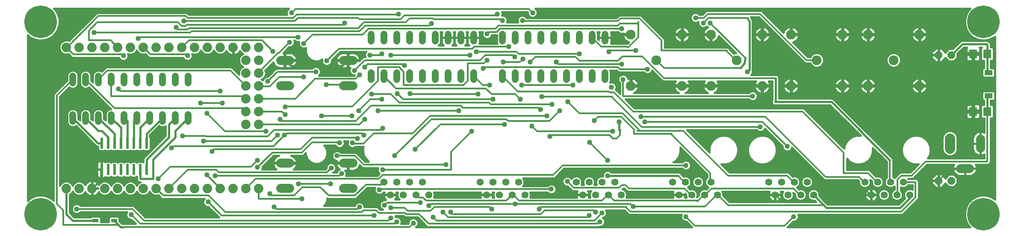
<source format=gbl>
G75*
%MOIN*%
%OFA0B0*%
%FSLAX24Y24*%
%IPPOS*%
%LPD*%
%AMOC8*
5,1,8,0,0,1.08239X$1,22.5*
%
%ADD10C,0.0765*%
%ADD11C,0.0705*%
%ADD12R,0.0630X0.0709*%
%ADD13C,0.0520*%
%ADD14C,0.0554*%
%ADD15C,0.0700*%
%ADD16C,0.0800*%
%ADD17C,0.0740*%
%ADD18OC8,0.0594*%
%ADD19R,0.2441X0.2126*%
%ADD20R,0.0630X0.0394*%
%ADD21R,0.0236X0.0866*%
%ADD22R,0.0472X0.0276*%
%ADD23C,0.0160*%
%ADD24C,0.0100*%
%ADD25C,0.0140*%
%ADD26C,0.0400*%
%ADD27C,0.2540*%
D10*
X047680Y011680D03*
X051680Y011680D03*
X053930Y011680D03*
X057930Y011680D03*
X060180Y011680D03*
X064180Y011680D03*
X066180Y011680D03*
X070180Y011680D03*
X068180Y013680D03*
X062180Y013680D03*
X055930Y013680D03*
X049680Y013680D03*
X047680Y015680D03*
X051680Y015680D03*
X053930Y015680D03*
X057930Y015680D03*
X060180Y015680D03*
X064180Y015680D03*
X066180Y015680D03*
X070180Y015680D03*
D11*
X025993Y013660D02*
X025288Y013660D01*
X021073Y013660D02*
X020368Y013660D01*
X020368Y011700D02*
X021073Y011700D01*
X025288Y011700D02*
X025993Y011700D01*
X025993Y005660D02*
X025288Y005660D01*
X021073Y005660D02*
X020368Y005660D01*
X020368Y003700D02*
X021073Y003700D01*
X025288Y003700D02*
X025993Y003700D01*
D12*
X074379Y009680D03*
X075481Y009680D03*
X075481Y014180D03*
X074379Y014180D03*
D13*
X045680Y015170D02*
X045680Y015690D01*
X044680Y015690D02*
X044680Y015170D01*
X043680Y015170D02*
X043680Y015690D01*
X042680Y015690D02*
X042680Y015170D01*
X041680Y015170D02*
X041680Y015690D01*
X040680Y015690D02*
X040680Y015170D01*
X039680Y015170D02*
X039680Y015690D01*
X038680Y015690D02*
X038680Y015170D01*
X037680Y015170D02*
X037680Y015690D01*
X035430Y015690D02*
X035430Y015170D01*
X034430Y015170D02*
X034430Y015690D01*
X033430Y015690D02*
X033430Y015170D01*
X032430Y015170D02*
X032430Y015690D01*
X031430Y015690D02*
X031430Y015170D01*
X030430Y015170D02*
X030430Y015690D01*
X029430Y015690D02*
X029430Y015170D01*
X028430Y015170D02*
X028430Y015690D01*
X027430Y015690D02*
X027430Y015170D01*
X027430Y012690D02*
X027430Y012170D01*
X028430Y012170D02*
X028430Y012690D01*
X029430Y012690D02*
X029430Y012170D01*
X030430Y012170D02*
X030430Y012690D01*
X031430Y012690D02*
X031430Y012170D01*
X032430Y012170D02*
X032430Y012690D01*
X033430Y012690D02*
X033430Y012170D01*
X034430Y012170D02*
X034430Y012690D01*
X035430Y012690D02*
X035430Y012170D01*
X037680Y012170D02*
X037680Y012690D01*
X038680Y012690D02*
X038680Y012170D01*
X039680Y012170D02*
X039680Y012690D01*
X040680Y012690D02*
X040680Y012170D01*
X041680Y012170D02*
X041680Y012690D01*
X042680Y012690D02*
X042680Y012170D01*
X043680Y012170D02*
X043680Y012690D01*
X044680Y012690D02*
X044680Y012170D01*
X045680Y012170D02*
X045680Y012690D01*
X013180Y012440D02*
X013180Y011920D01*
X012180Y011920D02*
X012180Y012440D01*
X011180Y012440D02*
X011180Y011920D01*
X010180Y011920D02*
X010180Y012440D01*
X009180Y012440D02*
X009180Y011920D01*
X008180Y011920D02*
X008180Y012440D01*
X007180Y012440D02*
X007180Y011920D01*
X006180Y011920D02*
X006180Y012440D01*
X005180Y012440D02*
X005180Y011920D01*
X004180Y011920D02*
X004180Y012440D01*
X004180Y009440D02*
X004180Y008920D01*
X005180Y008920D02*
X005180Y009440D01*
X006180Y009440D02*
X006180Y008920D01*
X007180Y008920D02*
X007180Y009440D01*
X008180Y009440D02*
X008180Y008920D01*
X009180Y008920D02*
X009180Y009440D01*
X010180Y009440D02*
X010180Y008920D01*
X011180Y008920D02*
X011180Y009440D01*
X012180Y009440D02*
X012180Y008920D01*
X013180Y008920D02*
X013180Y009440D01*
D14*
X028430Y004180D03*
X029430Y004180D03*
X030430Y004180D03*
X031430Y004180D03*
X030930Y003180D03*
X029930Y003180D03*
X028930Y003180D03*
X031930Y003180D03*
X035930Y004180D03*
X036930Y004180D03*
X037930Y004180D03*
X038930Y004180D03*
X038430Y003180D03*
X039430Y003180D03*
X037430Y003180D03*
X036430Y003180D03*
X043430Y004180D03*
X044430Y004180D03*
X045430Y004180D03*
X046430Y004180D03*
X045930Y003180D03*
X044930Y003180D03*
X043930Y003180D03*
X046930Y003180D03*
X050930Y004180D03*
X051930Y004180D03*
X052930Y004180D03*
X053930Y004180D03*
X053430Y003180D03*
X052430Y003180D03*
X051430Y003180D03*
X054430Y003180D03*
X058430Y004180D03*
X059430Y004180D03*
X060430Y004180D03*
X061430Y004180D03*
X060930Y003180D03*
X061930Y003180D03*
X059930Y003180D03*
X058930Y003180D03*
X065930Y004180D03*
X066930Y004180D03*
X067930Y004180D03*
X068930Y004180D03*
X068430Y003180D03*
X067430Y003180D03*
X066430Y003180D03*
X069430Y003180D03*
D15*
X073379Y005251D02*
X074079Y005251D01*
X074930Y006830D02*
X074930Y007530D01*
D16*
X072568Y007580D02*
X072568Y006780D01*
D17*
X018680Y008680D03*
X017680Y008680D03*
X017680Y009680D03*
X018680Y009680D03*
X018680Y010680D03*
X017680Y010680D03*
X017680Y011680D03*
X018680Y011680D03*
X018680Y012680D03*
X017680Y012680D03*
X017680Y013680D03*
X018680Y013680D03*
X018680Y014680D03*
X017680Y014680D03*
X016680Y014680D03*
X015680Y014680D03*
X014680Y014680D03*
X013680Y014680D03*
X012680Y014680D03*
X011680Y014680D03*
X010680Y014680D03*
X009680Y014680D03*
X008680Y014680D03*
X007680Y014680D03*
X006680Y014680D03*
X005680Y014680D03*
X004680Y014680D03*
X003680Y014680D03*
X003680Y003680D03*
X004680Y003680D03*
X005680Y003680D03*
X006680Y003680D03*
X007680Y003680D03*
X008680Y003680D03*
X009680Y003680D03*
X010680Y003680D03*
X011680Y003680D03*
X012680Y003680D03*
X013680Y003680D03*
X014680Y003680D03*
X015680Y003680D03*
X016680Y003680D03*
X017680Y003680D03*
X018680Y003680D03*
D18*
X071680Y004280D03*
X072680Y004280D03*
X072680Y014080D03*
X071680Y014080D03*
D19*
X072696Y011805D03*
D20*
X075570Y010907D03*
X075570Y012703D03*
D21*
X009930Y007204D03*
X009430Y007204D03*
X008930Y007204D03*
X008430Y007204D03*
X007930Y007204D03*
X007430Y007204D03*
X006930Y007204D03*
X006430Y007204D03*
X006430Y005156D03*
X006930Y005156D03*
X007430Y005156D03*
X007930Y005156D03*
X008430Y005156D03*
X008930Y005156D03*
X009430Y005156D03*
X009930Y005156D03*
D22*
X007408Y001180D03*
X005952Y001180D03*
D23*
X004180Y001180D01*
X003680Y001680D01*
X003680Y003680D01*
X004180Y003450D02*
X004214Y003368D01*
X004368Y003214D01*
X004571Y003130D01*
X004789Y003130D01*
X004992Y003214D01*
X005146Y003368D01*
X005155Y003389D01*
X005167Y003366D01*
X005222Y003289D01*
X005289Y003222D01*
X005366Y003167D01*
X005450Y003124D01*
X005539Y003095D01*
X005633Y003080D01*
X005660Y003080D01*
X005660Y003660D01*
X005700Y003660D01*
X006130Y003660D01*
X006130Y003700D01*
X005700Y003700D01*
X005700Y003660D01*
X005700Y003080D01*
X005727Y003080D01*
X005820Y003095D01*
X005910Y003124D01*
X005994Y003167D01*
X006071Y003222D01*
X006138Y003289D01*
X006193Y003366D01*
X006205Y003389D01*
X006214Y003368D01*
X006368Y003214D01*
X006571Y003130D01*
X006789Y003130D01*
X006992Y003214D01*
X007146Y003368D01*
X007180Y003450D01*
X007214Y003368D01*
X007368Y003214D01*
X007571Y003130D01*
X007789Y003130D01*
X007992Y003214D01*
X008146Y003368D01*
X008180Y003450D01*
X008214Y003368D01*
X008368Y003214D01*
X008571Y003130D01*
X008789Y003130D01*
X008992Y003214D01*
X009146Y003368D01*
X009180Y003450D01*
X009214Y003368D01*
X009368Y003214D01*
X009571Y003130D01*
X009789Y003130D01*
X009992Y003214D01*
X010146Y003368D01*
X010180Y003450D01*
X010214Y003368D01*
X010368Y003214D01*
X010571Y003130D01*
X010789Y003130D01*
X010851Y003155D01*
X011088Y002918D01*
X011180Y002880D01*
X014443Y002880D01*
X014408Y002845D01*
X014350Y002706D01*
X014350Y002554D01*
X014408Y002415D01*
X014515Y002308D01*
X014654Y002250D01*
X014756Y002250D01*
X015568Y001438D01*
X015576Y001430D01*
X009834Y001430D01*
X009042Y002222D01*
X008972Y002292D01*
X008880Y002330D01*
X004767Y002330D01*
X004695Y002402D01*
X004556Y002460D01*
X004404Y002460D01*
X004265Y002402D01*
X004158Y002295D01*
X004100Y002156D01*
X004100Y002004D01*
X004158Y001865D01*
X004265Y001758D01*
X004404Y001700D01*
X004556Y001700D01*
X004695Y001758D01*
X004767Y001830D01*
X008402Y001830D01*
X008350Y001706D01*
X008350Y001554D01*
X008408Y001415D01*
X008515Y001308D01*
X008654Y001250D01*
X008756Y001250D01*
X009076Y000930D01*
X008256Y000930D01*
X008232Y000940D01*
X008016Y000940D01*
X007940Y001016D01*
X007825Y001131D01*
X008875Y001131D01*
X009034Y000973D02*
X007984Y000973D01*
X007825Y001131D02*
X007825Y001392D01*
X007719Y001498D01*
X007098Y001498D01*
X006992Y001392D01*
X006992Y001080D01*
X006368Y001080D01*
X006368Y001392D01*
X006262Y001498D01*
X005641Y001498D01*
X005583Y001440D01*
X004288Y001440D01*
X003940Y001788D01*
X003940Y003192D01*
X003992Y003214D01*
X004146Y003368D01*
X004180Y003450D01*
X004128Y003350D02*
X004232Y003350D01*
X004422Y003192D02*
X003940Y003192D01*
X003940Y003033D02*
X010973Y003033D01*
X010422Y003192D02*
X009938Y003192D01*
X010128Y003350D02*
X010232Y003350D01*
X009422Y003192D02*
X008938Y003192D01*
X009128Y003350D02*
X009232Y003350D01*
X008422Y003192D02*
X007938Y003192D01*
X008128Y003350D02*
X008232Y003350D01*
X007422Y003192D02*
X006938Y003192D01*
X007128Y003350D02*
X007232Y003350D01*
X006422Y003192D02*
X006028Y003192D01*
X006182Y003350D02*
X006232Y003350D01*
X006130Y003667D02*
X005700Y003667D01*
X005700Y003700D02*
X005660Y003700D01*
X005660Y004280D01*
X005633Y004280D01*
X005539Y004265D01*
X005450Y004236D01*
X005366Y004193D01*
X005289Y004138D01*
X005222Y004071D01*
X005167Y003994D01*
X005155Y003971D01*
X005146Y003992D01*
X004992Y004146D01*
X004789Y004230D01*
X004571Y004230D01*
X004368Y004146D01*
X004214Y003992D01*
X004180Y003910D01*
X004146Y003992D01*
X003992Y004146D01*
X003789Y004230D01*
X003571Y004230D01*
X003368Y004146D01*
X003214Y003992D01*
X003180Y003910D01*
X003180Y010826D01*
X003916Y011562D01*
X003931Y011547D01*
X004092Y011480D01*
X004268Y011480D01*
X004429Y011547D01*
X004553Y011671D01*
X004620Y011832D01*
X004620Y012528D01*
X004553Y012689D01*
X004429Y012813D01*
X004268Y012880D01*
X004092Y012880D01*
X003931Y012813D01*
X003807Y012689D01*
X003740Y012528D01*
X003740Y012094D01*
X002788Y011142D01*
X002718Y011072D01*
X002680Y010980D01*
X002680Y002731D01*
X002570Y002840D01*
X002240Y003031D01*
X001871Y003130D01*
X001489Y003130D01*
X001120Y003031D01*
X000790Y002840D01*
X000660Y002711D01*
X000660Y015649D01*
X000790Y015520D01*
X001120Y015329D01*
X001489Y015230D01*
X001871Y015230D01*
X002240Y015329D01*
X002570Y015520D01*
X002840Y015790D01*
X003031Y016120D01*
X003130Y016489D01*
X003130Y016871D01*
X003031Y017240D01*
X002840Y017570D01*
X002715Y017696D01*
X021009Y017696D01*
X020908Y017595D01*
X020850Y017456D01*
X020850Y017304D01*
X020881Y017230D01*
X013234Y017230D01*
X013192Y017272D01*
X013122Y017342D01*
X013030Y017380D01*
X006130Y017380D01*
X006038Y017342D01*
X003886Y015190D01*
X003789Y015230D01*
X003571Y015230D01*
X003368Y015146D01*
X003214Y014992D01*
X003130Y014789D01*
X003130Y014571D01*
X003214Y014368D01*
X003368Y014214D01*
X003571Y014130D01*
X003789Y014130D01*
X003851Y014155D01*
X004088Y013918D01*
X004180Y013880D01*
X007781Y013880D01*
X007808Y013815D01*
X007915Y013708D01*
X008054Y013650D01*
X008206Y013650D01*
X008345Y013708D01*
X008452Y013815D01*
X008510Y013954D01*
X008510Y014106D01*
X008485Y014165D01*
X008571Y014130D01*
X008789Y014130D01*
X008992Y014214D01*
X009146Y014368D01*
X009180Y014450D01*
X009214Y014368D01*
X009368Y014214D01*
X009571Y014130D01*
X009789Y014130D01*
X009851Y014155D01*
X010088Y013918D01*
X010180Y013880D01*
X012781Y013880D01*
X012808Y013815D01*
X012915Y013708D01*
X013054Y013650D01*
X013206Y013650D01*
X013345Y013708D01*
X013452Y013815D01*
X013510Y013954D01*
X013510Y014106D01*
X013485Y014165D01*
X013571Y014130D01*
X013789Y014130D01*
X013992Y014214D01*
X014146Y014368D01*
X014180Y014450D01*
X014214Y014368D01*
X014368Y014214D01*
X014571Y014130D01*
X014789Y014130D01*
X014992Y014214D01*
X015146Y014368D01*
X015180Y014450D01*
X015214Y014368D01*
X015368Y014214D01*
X015571Y014130D01*
X015789Y014130D01*
X015992Y014214D01*
X016146Y014368D01*
X016155Y014389D01*
X016167Y014366D01*
X016222Y014289D01*
X016289Y014222D01*
X016366Y014167D01*
X016450Y014124D01*
X016539Y014095D01*
X016633Y014080D01*
X016660Y014080D01*
X016660Y014660D01*
X016700Y014660D01*
X016700Y014080D01*
X016727Y014080D01*
X016820Y014095D01*
X016910Y014124D01*
X016994Y014167D01*
X017071Y014222D01*
X017138Y014289D01*
X017193Y014366D01*
X017205Y014389D01*
X017214Y014368D01*
X017368Y014214D01*
X017450Y014180D01*
X017368Y014146D01*
X017214Y013992D01*
X017130Y013789D01*
X017130Y013571D01*
X017214Y013368D01*
X017368Y013214D01*
X017450Y013180D01*
X017368Y013146D01*
X017214Y012992D01*
X017130Y012789D01*
X017130Y012584D01*
X016622Y013092D01*
X016530Y013130D01*
X006830Y013130D01*
X006738Y013092D01*
X006668Y013022D01*
X006444Y012798D01*
X006429Y012813D01*
X006268Y012880D01*
X006092Y012880D01*
X005931Y012813D01*
X005807Y012689D01*
X005740Y012528D01*
X005740Y011974D01*
X005620Y012094D01*
X005620Y012528D01*
X005553Y012689D01*
X005429Y012813D01*
X005268Y012880D01*
X005092Y012880D01*
X004931Y012813D01*
X004807Y012689D01*
X004740Y012528D01*
X004740Y011832D01*
X004807Y011671D01*
X004931Y011547D01*
X005092Y011480D01*
X005268Y011480D01*
X005429Y011547D01*
X005444Y011562D01*
X007126Y009880D01*
X007092Y009880D01*
X006931Y009813D01*
X006807Y009689D01*
X006740Y009528D01*
X006740Y008988D01*
X006620Y009108D01*
X006620Y009528D01*
X006553Y009689D01*
X006429Y009813D01*
X006268Y009880D01*
X006092Y009880D01*
X005931Y009813D01*
X005807Y009689D01*
X005740Y009528D01*
X005740Y008988D01*
X005620Y009108D01*
X005620Y009528D01*
X005553Y009689D01*
X005429Y009813D01*
X005268Y009880D01*
X005092Y009880D01*
X004931Y009813D01*
X004807Y009689D01*
X004740Y009528D01*
X004740Y008988D01*
X004620Y009108D01*
X004620Y009528D01*
X004553Y009689D01*
X004429Y009813D01*
X004268Y009880D01*
X004092Y009880D01*
X003931Y009813D01*
X003807Y009689D01*
X003740Y009528D01*
X003740Y008832D01*
X003807Y008671D01*
X003931Y008547D01*
X004092Y008480D01*
X004268Y008480D01*
X004429Y008547D01*
X004437Y008555D01*
X006009Y006983D01*
X006105Y006944D01*
X006132Y006944D01*
X006132Y006696D01*
X006237Y006591D01*
X006623Y006591D01*
X006680Y006648D01*
X006737Y006591D01*
X007123Y006591D01*
X007180Y006648D01*
X007237Y006591D01*
X007623Y006591D01*
X007680Y006648D01*
X007737Y006591D01*
X008123Y006591D01*
X008180Y006648D01*
X008237Y006591D01*
X008623Y006591D01*
X008680Y006648D01*
X008737Y006591D01*
X009123Y006591D01*
X009180Y006648D01*
X009237Y006591D01*
X009623Y006591D01*
X009680Y006648D01*
X009737Y006591D01*
X010123Y006591D01*
X010228Y006696D01*
X010228Y007711D01*
X010190Y007749D01*
X010190Y007822D01*
X010923Y008555D01*
X010931Y008547D01*
X011092Y008480D01*
X011268Y008480D01*
X011420Y008543D01*
X011420Y007788D01*
X010190Y007788D01*
X010228Y007630D02*
X011262Y007630D01*
X011420Y007788D02*
X009710Y006077D01*
X009670Y005982D01*
X009670Y005722D01*
X009623Y005769D01*
X009237Y005769D01*
X009180Y005712D01*
X009123Y005769D01*
X008737Y005769D01*
X008680Y005712D01*
X008623Y005769D01*
X008237Y005769D01*
X008180Y005712D01*
X008123Y005769D01*
X007737Y005769D01*
X007680Y005712D01*
X007623Y005769D01*
X007237Y005769D01*
X007180Y005712D01*
X007123Y005769D01*
X006737Y005769D01*
X006715Y005747D01*
X006695Y005768D01*
X006657Y005793D01*
X006615Y005811D01*
X006571Y005819D01*
X006430Y005819D01*
X006289Y005819D01*
X006245Y005811D01*
X006203Y005793D01*
X006165Y005768D01*
X006133Y005736D01*
X006108Y005698D01*
X006091Y005657D01*
X006082Y005612D01*
X006082Y005156D01*
X006082Y004701D01*
X006091Y004656D01*
X006108Y004614D01*
X006133Y004577D01*
X006165Y004545D01*
X006203Y004519D01*
X006245Y004502D01*
X006289Y004493D01*
X006430Y004493D01*
X006571Y004493D01*
X006615Y004502D01*
X006657Y004519D01*
X006695Y004545D01*
X006715Y004565D01*
X006737Y004543D01*
X007123Y004543D01*
X007180Y004601D01*
X007237Y004543D01*
X007623Y004543D01*
X007680Y004601D01*
X007737Y004543D01*
X008123Y004543D01*
X008180Y004601D01*
X008237Y004543D01*
X008623Y004543D01*
X008680Y004601D01*
X008737Y004543D01*
X009123Y004543D01*
X009170Y004591D01*
X009170Y004378D01*
X009210Y004283D01*
X009283Y004210D01*
X009378Y004170D01*
X009426Y004170D01*
X009368Y004146D01*
X009214Y003992D01*
X009180Y003910D01*
X009146Y003992D01*
X008992Y004146D01*
X008789Y004230D01*
X008571Y004230D01*
X008368Y004146D01*
X008214Y003992D01*
X008180Y003910D01*
X008146Y003992D01*
X007992Y004146D01*
X007789Y004230D01*
X007571Y004230D01*
X007368Y004146D01*
X007214Y003992D01*
X007180Y003910D01*
X007146Y003992D01*
X006992Y004146D01*
X006789Y004230D01*
X006571Y004230D01*
X006368Y004146D01*
X006214Y003992D01*
X006205Y003971D01*
X006193Y003994D01*
X006138Y004071D01*
X006071Y004138D01*
X005994Y004193D01*
X005910Y004236D01*
X005820Y004265D01*
X005727Y004280D01*
X005700Y004280D01*
X005700Y003700D01*
X005700Y003826D02*
X005660Y003826D01*
X005660Y003984D02*
X005700Y003984D01*
X005700Y004143D02*
X005660Y004143D01*
X005296Y004143D02*
X004995Y004143D01*
X005149Y003984D02*
X005162Y003984D01*
X004365Y004143D02*
X003995Y004143D01*
X004149Y003984D02*
X004211Y003984D01*
X003365Y004143D02*
X003180Y004143D01*
X003180Y004301D02*
X009202Y004301D01*
X009170Y004460D02*
X003180Y004460D01*
X003180Y004618D02*
X006107Y004618D01*
X006082Y004777D02*
X003180Y004777D01*
X003180Y004935D02*
X006082Y004935D01*
X006082Y005094D02*
X003180Y005094D01*
X003180Y005252D02*
X006082Y005252D01*
X006082Y005156D02*
X006430Y005156D01*
X006430Y004493D01*
X006430Y005156D01*
X006430Y005156D01*
X006082Y005156D01*
X006082Y005411D02*
X003180Y005411D01*
X003180Y005569D02*
X006082Y005569D01*
X006128Y005728D02*
X003180Y005728D01*
X003180Y005886D02*
X009670Y005886D01*
X009665Y005728D02*
X009670Y005728D01*
X009930Y005930D02*
X011680Y007680D01*
X011680Y008680D01*
X012180Y009180D01*
X011180Y009180D02*
X009930Y007930D01*
X009930Y007204D01*
X010228Y007154D02*
X010786Y007154D01*
X010628Y006996D02*
X010228Y006996D01*
X010228Y006837D02*
X010469Y006837D01*
X010311Y006679D02*
X010211Y006679D01*
X010152Y006520D02*
X003180Y006520D01*
X003180Y006362D02*
X009994Y006362D01*
X009835Y006203D02*
X003180Y006203D01*
X003180Y006045D02*
X009696Y006045D01*
X009930Y005930D02*
X009930Y005156D01*
X009430Y005156D02*
X009430Y004430D01*
X010430Y004430D01*
X010430Y005930D01*
X012180Y007680D01*
X012180Y008180D01*
X013180Y009180D01*
X010180Y009180D02*
X009430Y008430D01*
X009430Y007204D01*
X008930Y007204D02*
X008930Y008930D01*
X009180Y009180D01*
X008430Y008930D02*
X008180Y009180D01*
X008430Y008930D02*
X008430Y007204D01*
X007930Y007204D02*
X007930Y008430D01*
X007180Y009180D01*
X006740Y009215D02*
X006620Y009215D01*
X006620Y009373D02*
X006740Y009373D01*
X006742Y009532D02*
X006618Y009532D01*
X006552Y009690D02*
X006808Y009690D01*
X007016Y009849D02*
X006344Y009849D01*
X006016Y009849D02*
X005344Y009849D01*
X005552Y009690D02*
X005808Y009690D01*
X005742Y009532D02*
X005618Y009532D01*
X005620Y009373D02*
X005740Y009373D01*
X005740Y009215D02*
X005620Y009215D01*
X005672Y009056D02*
X005740Y009056D01*
X006180Y009180D02*
X007430Y007930D01*
X007430Y007204D01*
X006930Y007204D02*
X006930Y007430D01*
X006930Y007680D01*
X006430Y008180D01*
X006180Y008180D01*
X005180Y009180D01*
X004740Y009215D02*
X004620Y009215D01*
X004620Y009373D02*
X004740Y009373D01*
X004742Y009532D02*
X004618Y009532D01*
X004552Y009690D02*
X004808Y009690D01*
X005016Y009849D02*
X004344Y009849D01*
X004016Y009849D02*
X003180Y009849D01*
X003180Y010007D02*
X006999Y010007D01*
X006841Y010166D02*
X003180Y010166D01*
X003180Y010324D02*
X006682Y010324D01*
X006524Y010483D02*
X003180Y010483D01*
X003180Y010641D02*
X006365Y010641D01*
X006207Y010800D02*
X003180Y010800D01*
X003312Y010958D02*
X006048Y010958D01*
X005890Y011117D02*
X003470Y011117D01*
X003629Y011275D02*
X005731Y011275D01*
X005573Y011434D02*
X003787Y011434D01*
X003397Y011751D02*
X000660Y011751D01*
X000660Y011909D02*
X003555Y011909D01*
X003714Y012068D02*
X000660Y012068D01*
X000660Y012226D02*
X003740Y012226D01*
X003740Y012385D02*
X000660Y012385D01*
X000660Y012543D02*
X003746Y012543D01*
X003819Y012702D02*
X000660Y012702D01*
X000660Y012860D02*
X004044Y012860D01*
X004316Y012860D02*
X005044Y012860D01*
X005316Y012860D02*
X006044Y012860D01*
X006316Y012860D02*
X006506Y012860D01*
X006665Y013019D02*
X000660Y013019D01*
X000660Y013177D02*
X017443Y013177D01*
X017247Y013336D02*
X000660Y013336D01*
X000660Y013494D02*
X017162Y013494D01*
X017130Y013653D02*
X013212Y013653D01*
X013048Y013653D02*
X008212Y013653D01*
X008048Y013653D02*
X000660Y013653D01*
X000660Y013811D02*
X007812Y013811D01*
X008448Y013811D02*
X012812Y013811D01*
X013448Y013811D02*
X017139Y013811D01*
X017205Y013970D02*
X013510Y013970D01*
X013501Y014128D02*
X016442Y014128D01*
X016660Y014128D02*
X016700Y014128D01*
X016700Y014287D02*
X016660Y014287D01*
X016660Y014445D02*
X016700Y014445D01*
X016700Y014604D02*
X016660Y014604D01*
X016225Y014287D02*
X016064Y014287D01*
X015296Y014287D02*
X015064Y014287D01*
X015178Y014445D02*
X015182Y014445D01*
X014296Y014287D02*
X014064Y014287D01*
X014178Y014445D02*
X014182Y014445D01*
X016918Y014128D02*
X017350Y014128D01*
X017296Y014287D02*
X017135Y014287D01*
X019190Y012886D02*
X019806Y013503D01*
X019828Y013436D01*
X019869Y013355D01*
X019923Y013281D01*
X019988Y013216D01*
X020062Y013162D01*
X020144Y013120D01*
X020231Y013092D01*
X020322Y013078D01*
X020682Y013078D01*
X020682Y013622D01*
X020758Y013622D01*
X020758Y013698D01*
X020682Y013698D01*
X020682Y014242D01*
X020596Y014242D01*
X021054Y014700D01*
X021156Y014700D01*
X021295Y014758D01*
X021402Y014865D01*
X021460Y015004D01*
X021460Y015156D01*
X021429Y015230D01*
X021443Y015230D01*
X021515Y015158D01*
X021654Y015100D01*
X021806Y015100D01*
X021821Y015106D01*
X021800Y015056D01*
X021800Y014904D01*
X021858Y014765D01*
X021965Y014658D01*
X022104Y014600D01*
X022256Y014600D01*
X022355Y014641D01*
X022345Y014616D01*
X022345Y014284D01*
X022472Y013977D01*
X022707Y013742D01*
X023014Y013615D01*
X023346Y013615D01*
X023607Y013723D01*
X023600Y013706D01*
X023600Y013554D01*
X023658Y013415D01*
X023765Y013308D01*
X023904Y013250D01*
X024056Y013250D01*
X024195Y013308D01*
X024302Y013415D01*
X024360Y013554D01*
X024360Y013656D01*
X025034Y014330D01*
X027043Y014330D01*
X027008Y014295D01*
X026950Y014156D01*
X026950Y014004D01*
X026981Y013930D01*
X026880Y013930D01*
X026788Y013892D01*
X026718Y013822D01*
X026519Y013622D01*
X025678Y013622D01*
X025678Y013698D01*
X025602Y013698D01*
X025602Y014242D01*
X025242Y014242D01*
X025151Y014228D01*
X025064Y014200D01*
X024982Y014158D01*
X024908Y014104D01*
X024843Y014039D01*
X024789Y013965D01*
X024748Y013884D01*
X024719Y013796D01*
X024705Y013706D01*
X024705Y013698D01*
X025602Y013698D01*
X025602Y013622D01*
X025678Y013622D01*
X025678Y013078D01*
X025800Y013078D01*
X025750Y012956D01*
X025750Y012804D01*
X025808Y012665D01*
X025915Y012558D01*
X026054Y012500D01*
X026146Y012500D01*
X026126Y012480D01*
X023367Y012480D01*
X023452Y012565D01*
X023510Y012704D01*
X023510Y012856D01*
X023452Y012995D01*
X023345Y013102D01*
X023206Y013160D01*
X023054Y013160D01*
X022915Y013102D01*
X022843Y013030D01*
X020080Y013030D01*
X019988Y012992D01*
X019918Y012922D01*
X019406Y012410D01*
X019304Y012410D01*
X019165Y012352D01*
X019058Y012245D01*
X019009Y012128D01*
X018992Y012146D01*
X018910Y012180D01*
X018992Y012214D01*
X019146Y012368D01*
X019230Y012571D01*
X019230Y012789D01*
X019190Y012886D01*
X019201Y012860D02*
X019856Y012860D01*
X019698Y012702D02*
X019230Y012702D01*
X019219Y012543D02*
X019539Y012543D01*
X019243Y012385D02*
X019153Y012385D01*
X019050Y012226D02*
X019004Y012226D01*
X017130Y012702D02*
X017012Y012702D01*
X017159Y012860D02*
X016854Y012860D01*
X016695Y013019D02*
X017241Y013019D01*
X019322Y013019D02*
X020053Y013019D01*
X020041Y013177D02*
X019481Y013177D01*
X019639Y013336D02*
X019883Y013336D01*
X019809Y013494D02*
X019798Y013494D01*
X020682Y013494D02*
X020758Y013494D01*
X020758Y013622D02*
X020758Y013078D01*
X021118Y013078D01*
X021209Y013092D01*
X021296Y013120D01*
X021378Y013162D01*
X021452Y013216D01*
X021517Y013281D01*
X021571Y013355D01*
X021612Y013436D01*
X021641Y013524D01*
X021655Y013614D01*
X021655Y013622D01*
X020758Y013622D01*
X020758Y013653D02*
X022923Y013653D01*
X022638Y013811D02*
X021636Y013811D01*
X021641Y013796D02*
X021612Y013884D01*
X021571Y013965D01*
X021517Y014039D01*
X021452Y014104D01*
X021378Y014158D01*
X021296Y014200D01*
X021209Y014228D01*
X021118Y014242D01*
X020758Y014242D01*
X020758Y013698D01*
X021655Y013698D01*
X021655Y013706D01*
X021641Y013796D01*
X021568Y013970D02*
X022480Y013970D01*
X022410Y014128D02*
X021419Y014128D01*
X020758Y014128D02*
X020682Y014128D01*
X020682Y013970D02*
X020758Y013970D01*
X020758Y013811D02*
X020682Y013811D01*
X021631Y013494D02*
X023625Y013494D01*
X023600Y013653D02*
X023437Y013653D01*
X024335Y013494D02*
X024729Y013494D01*
X024719Y013524D02*
X024748Y013436D01*
X024789Y013355D01*
X024843Y013281D01*
X024908Y013216D01*
X024982Y013162D01*
X025064Y013120D01*
X025151Y013092D01*
X025242Y013078D01*
X025602Y013078D01*
X025602Y013622D01*
X024705Y013622D01*
X024705Y013614D01*
X024719Y013524D01*
X024803Y013336D02*
X024223Y013336D01*
X023737Y013336D02*
X021557Y013336D01*
X021399Y013177D02*
X024961Y013177D01*
X025602Y013177D02*
X025678Y013177D01*
X025678Y013336D02*
X025602Y013336D01*
X025602Y013494D02*
X025678Y013494D01*
X025678Y013653D02*
X026549Y013653D01*
X026575Y013698D02*
X026575Y013706D01*
X026561Y013796D01*
X026532Y013884D01*
X026491Y013965D01*
X026437Y014039D01*
X026372Y014104D01*
X026298Y014158D01*
X026216Y014200D01*
X026129Y014228D01*
X026038Y014242D01*
X025678Y014242D01*
X025678Y013698D01*
X026575Y013698D01*
X026556Y013811D02*
X026707Y013811D01*
X026488Y013970D02*
X026964Y013970D01*
X026950Y014128D02*
X026339Y014128D01*
X025678Y014128D02*
X025602Y014128D01*
X025602Y013970D02*
X025678Y013970D01*
X025678Y013811D02*
X025602Y013811D01*
X025602Y013653D02*
X024360Y013653D01*
X024515Y013811D02*
X024724Y013811D01*
X024673Y013970D02*
X024792Y013970D01*
X024832Y014128D02*
X024941Y014128D01*
X024990Y014287D02*
X027004Y014287D01*
X025776Y013019D02*
X023429Y013019D01*
X023508Y012860D02*
X025750Y012860D01*
X025793Y012702D02*
X023509Y012702D01*
X023430Y012543D02*
X025951Y012543D01*
X020758Y013177D02*
X020682Y013177D01*
X020682Y013336D02*
X020758Y013336D01*
X020640Y014287D02*
X022345Y014287D01*
X022345Y014445D02*
X020799Y014445D01*
X020957Y014604D02*
X022096Y014604D01*
X022264Y014604D02*
X022345Y014604D01*
X021861Y014762D02*
X021299Y014762D01*
X021425Y014921D02*
X021800Y014921D01*
X021810Y015079D02*
X021460Y015079D01*
X020853Y017298D02*
X013166Y017298D01*
X005994Y017298D02*
X002997Y017298D01*
X003058Y017140D02*
X005836Y017140D01*
X005677Y016981D02*
X003100Y016981D01*
X003130Y016823D02*
X005519Y016823D01*
X005360Y016664D02*
X003130Y016664D01*
X003130Y016506D02*
X005202Y016506D01*
X005043Y016347D02*
X003092Y016347D01*
X003049Y016189D02*
X004885Y016189D01*
X004726Y016030D02*
X002979Y016030D01*
X002888Y015872D02*
X004568Y015872D01*
X004409Y015713D02*
X002764Y015713D01*
X002605Y015555D02*
X004251Y015555D01*
X004092Y015396D02*
X002356Y015396D01*
X001899Y015238D02*
X003934Y015238D01*
X003301Y015079D02*
X000660Y015079D01*
X000660Y014921D02*
X003184Y014921D01*
X003130Y014762D02*
X000660Y014762D01*
X000660Y014604D02*
X003130Y014604D01*
X003182Y014445D02*
X000660Y014445D01*
X000660Y014287D02*
X003296Y014287D01*
X003878Y014128D02*
X000660Y014128D01*
X000660Y013970D02*
X004037Y013970D01*
X008501Y014128D02*
X009878Y014128D01*
X010037Y013970D02*
X008510Y013970D01*
X009064Y014287D02*
X009296Y014287D01*
X009182Y014445D02*
X009178Y014445D01*
X005819Y012702D02*
X005541Y012702D01*
X005614Y012543D02*
X005746Y012543D01*
X005740Y012385D02*
X005620Y012385D01*
X005620Y012226D02*
X005740Y012226D01*
X005740Y012068D02*
X005646Y012068D01*
X004740Y012068D02*
X004620Y012068D01*
X004620Y012226D02*
X004740Y012226D01*
X004740Y012385D02*
X004620Y012385D01*
X004614Y012543D02*
X004746Y012543D01*
X004819Y012702D02*
X004541Y012702D01*
X004620Y011909D02*
X004740Y011909D01*
X004774Y011751D02*
X004586Y011751D01*
X004474Y011592D02*
X004886Y011592D01*
X003238Y011592D02*
X000660Y011592D01*
X000660Y011434D02*
X003080Y011434D01*
X002921Y011275D02*
X000660Y011275D01*
X000660Y011117D02*
X002763Y011117D01*
X002680Y010958D02*
X000660Y010958D01*
X000660Y010800D02*
X002680Y010800D01*
X002680Y010641D02*
X000660Y010641D01*
X000660Y010483D02*
X002680Y010483D01*
X002680Y010324D02*
X000660Y010324D01*
X000660Y010166D02*
X002680Y010166D01*
X002680Y010007D02*
X000660Y010007D01*
X000660Y009849D02*
X002680Y009849D01*
X002680Y009690D02*
X000660Y009690D01*
X000660Y009532D02*
X002680Y009532D01*
X002680Y009373D02*
X000660Y009373D01*
X000660Y009215D02*
X002680Y009215D01*
X002680Y009056D02*
X000660Y009056D01*
X000660Y008898D02*
X002680Y008898D01*
X002680Y008739D02*
X000660Y008739D01*
X000660Y008581D02*
X002680Y008581D01*
X002680Y008422D02*
X000660Y008422D01*
X000660Y008264D02*
X002680Y008264D01*
X002680Y008105D02*
X000660Y008105D01*
X000660Y007947D02*
X002680Y007947D01*
X002680Y007788D02*
X000660Y007788D01*
X000660Y007630D02*
X002680Y007630D01*
X002680Y007471D02*
X000660Y007471D01*
X000660Y007313D02*
X002680Y007313D01*
X002680Y007154D02*
X000660Y007154D01*
X000660Y006996D02*
X002680Y006996D01*
X002680Y006837D02*
X000660Y006837D01*
X000660Y006679D02*
X002680Y006679D01*
X002680Y006520D02*
X000660Y006520D01*
X000660Y006362D02*
X002680Y006362D01*
X002680Y006203D02*
X000660Y006203D01*
X000660Y006045D02*
X002680Y006045D01*
X002680Y005886D02*
X000660Y005886D01*
X000660Y005728D02*
X002680Y005728D01*
X002680Y005569D02*
X000660Y005569D01*
X000660Y005411D02*
X002680Y005411D01*
X002680Y005252D02*
X000660Y005252D01*
X000660Y005094D02*
X002680Y005094D01*
X002680Y004935D02*
X000660Y004935D01*
X000660Y004777D02*
X002680Y004777D01*
X002680Y004618D02*
X000660Y004618D01*
X000660Y004460D02*
X002680Y004460D01*
X002680Y004301D02*
X000660Y004301D01*
X000660Y004143D02*
X002680Y004143D01*
X002680Y003984D02*
X000660Y003984D01*
X000660Y003826D02*
X002680Y003826D01*
X002680Y003667D02*
X000660Y003667D01*
X000660Y003509D02*
X002680Y003509D01*
X002680Y003350D02*
X000660Y003350D01*
X000660Y003192D02*
X002680Y003192D01*
X002680Y003033D02*
X002233Y003033D01*
X002511Y002875D02*
X002680Y002875D01*
X003940Y002875D02*
X014437Y002875D01*
X014354Y002716D02*
X003940Y002716D01*
X003940Y002558D02*
X014350Y002558D01*
X014424Y002399D02*
X004698Y002399D01*
X004262Y002399D02*
X003940Y002399D01*
X003940Y002241D02*
X004135Y002241D01*
X004100Y002082D02*
X003940Y002082D01*
X003940Y001924D02*
X004134Y001924D01*
X004258Y001765D02*
X003963Y001765D01*
X004121Y001607D02*
X008350Y001607D01*
X008375Y001765D02*
X004702Y001765D01*
X004280Y001448D02*
X005591Y001448D01*
X006312Y001448D02*
X007048Y001448D01*
X006992Y001290D02*
X006368Y001290D01*
X006368Y001131D02*
X006992Y001131D01*
X007408Y001180D02*
X007719Y000869D01*
X007908Y000680D01*
X008180Y000680D01*
X007825Y001290D02*
X008559Y001290D01*
X008394Y001448D02*
X007769Y001448D01*
X009340Y001924D02*
X015083Y001924D01*
X014924Y002082D02*
X009182Y002082D01*
X009023Y002241D02*
X014766Y002241D01*
X015241Y001765D02*
X009499Y001765D01*
X009657Y001607D02*
X015400Y001607D01*
X015558Y001448D02*
X009816Y001448D01*
X005700Y003192D02*
X005660Y003192D01*
X005660Y003350D02*
X005700Y003350D01*
X005700Y003509D02*
X005660Y003509D01*
X005332Y003192D02*
X004938Y003192D01*
X005128Y003350D02*
X005178Y003350D01*
X006198Y003984D02*
X006211Y003984D01*
X006064Y004143D02*
X006365Y004143D01*
X006995Y004143D02*
X007365Y004143D01*
X007211Y003984D02*
X007149Y003984D01*
X007995Y004143D02*
X008365Y004143D01*
X008211Y003984D02*
X008149Y003984D01*
X008995Y004143D02*
X009365Y004143D01*
X009211Y003984D02*
X009149Y003984D01*
X006430Y004618D02*
X006430Y004618D01*
X006430Y004777D02*
X006430Y004777D01*
X006430Y004935D02*
X006430Y004935D01*
X006430Y005094D02*
X006430Y005094D01*
X006430Y005156D02*
X006430Y005156D01*
X006430Y005819D01*
X006430Y005156D01*
X006430Y005156D01*
X006430Y005252D02*
X006430Y005252D01*
X006430Y005411D02*
X006430Y005411D01*
X006430Y005569D02*
X006430Y005569D01*
X006430Y005728D02*
X006430Y005728D01*
X007165Y005728D02*
X007195Y005728D01*
X007665Y005728D02*
X007695Y005728D01*
X008165Y005728D02*
X008195Y005728D01*
X008665Y005728D02*
X008695Y005728D01*
X009165Y005728D02*
X009195Y005728D01*
X006149Y006679D02*
X003180Y006679D01*
X003180Y006837D02*
X006132Y006837D01*
X005997Y006996D02*
X003180Y006996D01*
X003180Y007154D02*
X005838Y007154D01*
X005680Y007313D02*
X003180Y007313D01*
X003180Y007471D02*
X005521Y007471D01*
X005363Y007630D02*
X003180Y007630D01*
X003180Y007788D02*
X005204Y007788D01*
X005046Y007947D02*
X003180Y007947D01*
X003180Y008105D02*
X004887Y008105D01*
X004729Y008264D02*
X003180Y008264D01*
X003180Y008422D02*
X004570Y008422D01*
X003897Y008581D02*
X003180Y008581D01*
X003180Y008739D02*
X003779Y008739D01*
X003740Y008898D02*
X003180Y008898D01*
X003180Y009056D02*
X003740Y009056D01*
X003740Y009215D02*
X003180Y009215D01*
X003180Y009373D02*
X003740Y009373D01*
X003742Y009532D02*
X003180Y009532D01*
X003180Y009690D02*
X003808Y009690D01*
X004180Y009180D02*
X006156Y007204D01*
X006430Y007204D01*
X010228Y007313D02*
X010945Y007313D01*
X011103Y007471D02*
X010228Y007471D01*
X010314Y007947D02*
X011420Y007947D01*
X011420Y008105D02*
X010473Y008105D01*
X010631Y008264D02*
X011420Y008264D01*
X011420Y008422D02*
X010790Y008422D01*
X006740Y009056D02*
X006672Y009056D01*
X004740Y009056D02*
X004672Y009056D01*
X018960Y005356D02*
X018960Y005254D01*
X018929Y005180D01*
X020037Y005180D01*
X019988Y005216D01*
X019923Y005281D01*
X019869Y005355D01*
X019828Y005436D01*
X019799Y005524D01*
X019785Y005614D01*
X019785Y005622D01*
X020682Y005622D01*
X020682Y005698D01*
X019785Y005698D01*
X019785Y005706D01*
X019799Y005796D01*
X019828Y005884D01*
X019869Y005965D01*
X019923Y006039D01*
X019988Y006104D01*
X020062Y006158D01*
X020144Y006200D01*
X020231Y006228D01*
X020243Y006230D01*
X019834Y006230D01*
X018960Y005356D01*
X019014Y005411D02*
X019841Y005411D01*
X019792Y005569D02*
X019173Y005569D01*
X019331Y005728D02*
X019788Y005728D01*
X019829Y005886D02*
X019490Y005886D01*
X019648Y006045D02*
X019928Y006045D01*
X019807Y006203D02*
X020154Y006203D01*
X020758Y005698D02*
X021655Y005698D01*
X021655Y005706D01*
X021641Y005796D01*
X021612Y005884D01*
X021571Y005965D01*
X021517Y006039D01*
X021452Y006104D01*
X021378Y006158D01*
X021296Y006200D01*
X021209Y006228D01*
X021197Y006230D01*
X022080Y006230D01*
X022172Y006268D01*
X022345Y006441D01*
X022345Y006284D01*
X022472Y005977D01*
X022707Y005742D01*
X023014Y005615D01*
X023346Y005615D01*
X023653Y005742D01*
X023888Y005977D01*
X024015Y006284D01*
X024015Y006616D01*
X023888Y006923D01*
X023781Y007030D01*
X024652Y007030D01*
X024658Y007015D01*
X024765Y006908D01*
X024904Y006850D01*
X025056Y006850D01*
X025195Y006908D01*
X025302Y007015D01*
X025360Y007154D01*
X025600Y007154D01*
X025658Y007015D01*
X025765Y006908D01*
X025904Y006850D01*
X026056Y006850D01*
X026195Y006908D01*
X026217Y006930D01*
X026837Y006930D01*
X026810Y006827D01*
X026810Y006533D01*
X026886Y006248D01*
X027034Y005992D01*
X027242Y005784D01*
X027249Y005780D01*
X026984Y005780D01*
X026392Y006372D01*
X026322Y006442D01*
X026230Y006480D01*
X025067Y006480D01*
X024995Y006552D01*
X024856Y006610D01*
X024704Y006610D01*
X024565Y006552D01*
X024458Y006445D01*
X024400Y006306D01*
X024400Y006154D01*
X024458Y006015D01*
X024565Y005908D01*
X024704Y005850D01*
X024737Y005850D01*
X024719Y005796D01*
X024705Y005706D01*
X024705Y005698D01*
X025602Y005698D01*
X025602Y005622D01*
X025678Y005622D01*
X025678Y005078D01*
X026038Y005078D01*
X026129Y005092D01*
X026216Y005120D01*
X026298Y005162D01*
X026372Y005216D01*
X026437Y005281D01*
X026491Y005355D01*
X026532Y005436D01*
X026554Y005503D01*
X026738Y005318D01*
X026830Y005280D01*
X027981Y005280D01*
X027950Y005206D01*
X027950Y005054D01*
X028008Y004915D01*
X028085Y004838D01*
X027926Y004680D01*
X025479Y004680D01*
X025510Y004754D01*
X025510Y004906D01*
X025452Y005045D01*
X025420Y005078D01*
X025602Y005078D01*
X025602Y005622D01*
X024705Y005622D01*
X024705Y005614D01*
X024719Y005524D01*
X024748Y005436D01*
X024789Y005355D01*
X024843Y005281D01*
X024908Y005216D01*
X024966Y005173D01*
X024915Y005152D01*
X024808Y005045D01*
X024760Y004930D01*
X024478Y004930D01*
X024545Y004958D01*
X024652Y005065D01*
X024710Y005204D01*
X024710Y005356D01*
X024652Y005495D01*
X024545Y005602D01*
X024406Y005660D01*
X024254Y005660D01*
X024115Y005602D01*
X024008Y005495D01*
X023950Y005356D01*
X023950Y005254D01*
X023876Y005180D01*
X021403Y005180D01*
X021452Y005216D01*
X021517Y005281D01*
X021571Y005355D01*
X021612Y005436D01*
X021641Y005524D01*
X021655Y005614D01*
X021655Y005622D01*
X020758Y005622D01*
X020758Y005698D01*
X021611Y005886D02*
X022563Y005886D01*
X022444Y006045D02*
X021512Y006045D01*
X021286Y006203D02*
X022379Y006203D01*
X022345Y006362D02*
X022265Y006362D01*
X023797Y005886D02*
X024617Y005886D01*
X024708Y005728D02*
X023618Y005728D01*
X023973Y005411D02*
X021599Y005411D01*
X021648Y005569D02*
X024082Y005569D01*
X023948Y005252D02*
X021488Y005252D01*
X021652Y005728D02*
X022742Y005728D01*
X023916Y006045D02*
X024446Y006045D01*
X024400Y006203D02*
X023981Y006203D01*
X024015Y006362D02*
X024423Y006362D01*
X024533Y006520D02*
X024015Y006520D01*
X023989Y006679D02*
X026810Y006679D01*
X026813Y006837D02*
X023923Y006837D01*
X023815Y006996D02*
X024677Y006996D01*
X025283Y006996D02*
X025677Y006996D01*
X025600Y007154D02*
X025600Y007306D01*
X025631Y007380D01*
X025329Y007380D01*
X025360Y007306D01*
X025360Y007154D01*
X025357Y007313D02*
X025603Y007313D01*
X025027Y006520D02*
X026813Y006520D01*
X026856Y006362D02*
X026402Y006362D01*
X026561Y006203D02*
X026912Y006203D01*
X027004Y006045D02*
X026719Y006045D01*
X026878Y005886D02*
X027140Y005886D01*
X026646Y005411D02*
X026519Y005411D01*
X026408Y005252D02*
X027969Y005252D01*
X027950Y005094D02*
X026134Y005094D01*
X025678Y005094D02*
X025602Y005094D01*
X025602Y005252D02*
X025678Y005252D01*
X025678Y005411D02*
X025602Y005411D01*
X025602Y005569D02*
X025678Y005569D01*
X024872Y005252D02*
X024710Y005252D01*
X024687Y005411D02*
X024761Y005411D01*
X024712Y005569D02*
X024578Y005569D01*
X024664Y005094D02*
X024856Y005094D01*
X024762Y004935D02*
X024490Y004935D01*
X025498Y004935D02*
X027999Y004935D01*
X028023Y004777D02*
X025510Y004777D01*
X027071Y003667D02*
X027705Y003667D01*
X027700Y003656D02*
X027700Y003504D01*
X027758Y003365D01*
X027865Y003258D01*
X028004Y003200D01*
X028156Y003200D01*
X028295Y003258D01*
X028402Y003365D01*
X028408Y003380D01*
X028463Y003380D01*
X028460Y003375D01*
X028435Y003299D01*
X028423Y003220D01*
X028423Y003189D01*
X028921Y003189D01*
X028921Y003171D01*
X028423Y003171D01*
X028423Y003140D01*
X028435Y003061D01*
X028460Y002985D01*
X028496Y002914D01*
X028543Y002850D01*
X028583Y002810D01*
X028538Y002792D01*
X028506Y002760D01*
X028404Y002760D01*
X028265Y002702D01*
X028158Y002595D01*
X028100Y002456D01*
X028100Y002304D01*
X028158Y002165D01*
X028265Y002058D01*
X028332Y002030D01*
X028134Y002030D01*
X028042Y002122D01*
X027972Y002192D01*
X027880Y002230D01*
X026910Y002230D01*
X026910Y002306D01*
X026852Y002445D01*
X026745Y002552D01*
X026606Y002610D01*
X026454Y002610D01*
X026315Y002552D01*
X026208Y002445D01*
X026160Y002330D01*
X023781Y002330D01*
X023888Y002437D01*
X024015Y002744D01*
X024015Y002907D01*
X024080Y002880D01*
X026230Y002880D01*
X026322Y002918D01*
X026392Y002988D01*
X027134Y003730D01*
X027731Y003730D01*
X027700Y003656D01*
X027700Y003509D02*
X026912Y003509D01*
X026754Y003350D02*
X027773Y003350D01*
X028387Y003350D02*
X028452Y003350D01*
X028423Y003192D02*
X026595Y003192D01*
X026437Y003033D02*
X028444Y003033D01*
X028525Y002875D02*
X024015Y002875D01*
X024003Y002716D02*
X028298Y002716D01*
X028142Y002558D02*
X026732Y002558D01*
X026871Y002399D02*
X028100Y002399D01*
X028126Y002241D02*
X026910Y002241D01*
X026328Y002558D02*
X023938Y002558D01*
X023850Y002399D02*
X026189Y002399D01*
X028082Y002082D02*
X028241Y002082D01*
X029329Y001530D02*
X029976Y001530D01*
X030038Y001468D01*
X030130Y001430D01*
X031076Y001430D01*
X031788Y000718D01*
X031880Y000680D01*
X045180Y000680D01*
X045228Y000700D01*
X045356Y000700D01*
X045495Y000758D01*
X045602Y000865D01*
X045660Y001004D01*
X045660Y001156D01*
X045602Y001295D01*
X045497Y001400D01*
X045506Y001400D01*
X045645Y001458D01*
X045752Y001565D01*
X045810Y001704D01*
X045810Y001856D01*
X045758Y001980D01*
X047201Y001980D01*
X047443Y001738D01*
X047513Y001668D01*
X047605Y001630D01*
X051631Y001630D01*
X051600Y001556D01*
X051600Y001404D01*
X051658Y001265D01*
X051765Y001158D01*
X051904Y001100D01*
X052006Y001100D01*
X052446Y000660D01*
X030947Y000660D01*
X031052Y000765D01*
X031110Y000904D01*
X031110Y001056D01*
X031052Y001195D01*
X030945Y001302D01*
X030806Y001360D01*
X030654Y001360D01*
X030515Y001302D01*
X030408Y001195D01*
X030350Y001056D01*
X030350Y000954D01*
X030326Y000930D01*
X029779Y000930D01*
X029810Y001004D01*
X029810Y001156D01*
X029752Y001295D01*
X029645Y001402D01*
X029506Y001460D01*
X029358Y001460D01*
X029329Y001530D01*
X029535Y001448D02*
X030087Y001448D01*
X029755Y001290D02*
X030502Y001290D01*
X030381Y001131D02*
X029810Y001131D01*
X029797Y000973D02*
X030350Y000973D01*
X030958Y001290D02*
X031217Y001290D01*
X031079Y001131D02*
X031375Y001131D01*
X031534Y000973D02*
X031110Y000973D01*
X031073Y000814D02*
X031692Y000814D01*
X029633Y002830D02*
X029297Y002830D01*
X029317Y002850D01*
X029364Y002914D01*
X029400Y002985D01*
X029425Y003061D01*
X029437Y003140D01*
X029437Y003171D01*
X028939Y003171D01*
X028939Y003189D01*
X029437Y003189D01*
X029437Y003220D01*
X029425Y003299D01*
X029400Y003375D01*
X029397Y003380D01*
X029518Y003380D01*
X029473Y003271D01*
X029473Y003089D01*
X029542Y002921D01*
X029633Y002830D01*
X029589Y002875D02*
X029335Y002875D01*
X029416Y003033D02*
X029496Y003033D01*
X029473Y003192D02*
X029437Y003192D01*
X029408Y003350D02*
X029506Y003350D01*
X032342Y003380D02*
X032387Y003271D01*
X032387Y003089D01*
X032342Y002980D01*
X035963Y002980D01*
X035960Y002985D01*
X035935Y003061D01*
X035923Y003140D01*
X035923Y003171D01*
X036421Y003171D01*
X036421Y003189D01*
X035923Y003189D01*
X035923Y003220D01*
X035935Y003299D01*
X035960Y003375D01*
X035963Y003380D01*
X032342Y003380D01*
X032354Y003350D02*
X035952Y003350D01*
X035923Y003192D02*
X032387Y003192D01*
X032364Y003033D02*
X035944Y003033D01*
X036439Y003171D02*
X036439Y003189D01*
X036937Y003189D01*
X036937Y003220D01*
X036925Y003299D01*
X036900Y003375D01*
X036897Y003380D01*
X037018Y003380D01*
X036973Y003271D01*
X036973Y003089D01*
X037018Y002980D01*
X036897Y002980D01*
X036900Y002985D01*
X036925Y003061D01*
X036937Y003140D01*
X036937Y003171D01*
X036439Y003171D01*
X036916Y003033D02*
X036996Y003033D01*
X036973Y003192D02*
X036937Y003192D01*
X036908Y003350D02*
X037006Y003350D01*
X039277Y003880D02*
X039318Y003921D01*
X039387Y004089D01*
X039387Y004271D01*
X039318Y004439D01*
X039277Y004480D01*
X041680Y004480D01*
X041772Y004518D01*
X042484Y005230D01*
X051693Y005230D01*
X051765Y005158D01*
X051904Y005100D01*
X052056Y005100D01*
X052195Y005158D01*
X052302Y005265D01*
X052360Y005404D01*
X052360Y005556D01*
X052302Y005695D01*
X052195Y005802D01*
X052056Y005860D01*
X051904Y005860D01*
X051765Y005802D01*
X051693Y005730D01*
X051025Y005730D01*
X051118Y005784D01*
X051326Y005992D01*
X051474Y006248D01*
X051550Y006533D01*
X051550Y006827D01*
X051539Y006867D01*
X053630Y004776D01*
X053630Y004527D01*
X053542Y004439D01*
X053473Y004271D01*
X053473Y004089D01*
X053542Y003921D01*
X053671Y003792D01*
X053719Y003773D01*
X053565Y003619D01*
X053521Y003637D01*
X053339Y003637D01*
X053171Y003568D01*
X053042Y003439D01*
X052973Y003271D01*
X052973Y003126D01*
X052853Y003007D01*
X052887Y003089D01*
X052887Y003271D01*
X052818Y003439D01*
X052689Y003568D01*
X052521Y003637D01*
X052339Y003637D01*
X052295Y003619D01*
X052141Y003773D01*
X052189Y003792D01*
X052318Y003921D01*
X052387Y004089D01*
X052387Y004271D01*
X052318Y004439D01*
X052189Y004568D01*
X052021Y004637D01*
X051839Y004637D01*
X051795Y004619D01*
X051610Y004803D01*
X051600Y004827D01*
X051527Y004900D01*
X051432Y004940D01*
X046157Y004940D01*
X046095Y005002D01*
X045956Y005060D01*
X045804Y005060D01*
X045665Y005002D01*
X045558Y004895D01*
X045500Y004756D01*
X045500Y004637D01*
X045339Y004637D01*
X045171Y004568D01*
X045042Y004439D01*
X044973Y004271D01*
X044973Y004089D01*
X045018Y003980D01*
X044842Y003980D01*
X044887Y004089D01*
X044887Y004271D01*
X044818Y004439D01*
X044689Y004568D01*
X044521Y004637D01*
X044339Y004637D01*
X044171Y004568D01*
X044042Y004439D01*
X043973Y004271D01*
X043973Y004089D01*
X044018Y003980D01*
X043842Y003980D01*
X043887Y004089D01*
X043887Y004271D01*
X043818Y004439D01*
X043689Y004568D01*
X043521Y004637D01*
X043339Y004637D01*
X043171Y004568D01*
X043050Y004447D01*
X042945Y004552D01*
X042806Y004610D01*
X042654Y004610D01*
X042515Y004552D01*
X042408Y004445D01*
X042350Y004306D01*
X042350Y004154D01*
X042408Y004015D01*
X042515Y003908D01*
X042654Y003850D01*
X042756Y003850D01*
X043018Y003588D01*
X043088Y003518D01*
X043180Y003480D01*
X043521Y003480D01*
X043496Y003446D01*
X043460Y003375D01*
X043435Y003299D01*
X043423Y003220D01*
X043423Y003189D01*
X043921Y003189D01*
X043921Y003171D01*
X043423Y003171D01*
X043423Y003140D01*
X043435Y003061D01*
X043460Y002985D01*
X043463Y002980D01*
X039842Y002980D01*
X039887Y003089D01*
X039887Y003271D01*
X039842Y003380D01*
X041193Y003380D01*
X041265Y003308D01*
X041404Y003250D01*
X041556Y003250D01*
X041695Y003308D01*
X041802Y003415D01*
X041860Y003554D01*
X041860Y003706D01*
X041802Y003845D01*
X041695Y003952D01*
X041556Y004010D01*
X041404Y004010D01*
X041265Y003952D01*
X041193Y003880D01*
X039277Y003880D01*
X039344Y003984D02*
X041342Y003984D01*
X041618Y003984D02*
X042439Y003984D01*
X042355Y004143D02*
X039387Y004143D01*
X039375Y004301D02*
X042350Y004301D01*
X042422Y004460D02*
X039297Y004460D01*
X041872Y004618D02*
X043293Y004618D01*
X043567Y004618D02*
X044293Y004618D01*
X044567Y004618D02*
X045293Y004618D01*
X045509Y004777D02*
X042030Y004777D01*
X042189Y004935D02*
X045598Y004935D01*
X045880Y004680D02*
X051380Y004680D01*
X051637Y004777D02*
X053630Y004777D01*
X053630Y004618D02*
X053067Y004618D01*
X053021Y004637D02*
X052839Y004637D01*
X052671Y004568D01*
X052542Y004439D01*
X052473Y004271D01*
X052473Y004089D01*
X052542Y003921D01*
X052671Y003792D01*
X052839Y003723D01*
X053021Y003723D01*
X053189Y003792D01*
X053318Y003921D01*
X053387Y004089D01*
X053387Y004271D01*
X053318Y004439D01*
X053189Y004568D01*
X053021Y004637D01*
X052793Y004618D02*
X052067Y004618D01*
X052297Y004460D02*
X052563Y004460D01*
X052485Y004301D02*
X052375Y004301D01*
X052387Y004143D02*
X052473Y004143D01*
X052516Y003984D02*
X052344Y003984D01*
X052222Y003826D02*
X052638Y003826D01*
X052247Y003667D02*
X053613Y003667D01*
X053638Y003826D02*
X053222Y003826D01*
X053344Y003984D02*
X053516Y003984D01*
X053473Y004143D02*
X053387Y004143D01*
X053375Y004301D02*
X053485Y004301D01*
X053563Y004460D02*
X053297Y004460D01*
X053471Y004935D02*
X051444Y004935D01*
X052289Y005252D02*
X053154Y005252D01*
X052996Y005411D02*
X052360Y005411D01*
X052354Y005569D02*
X052837Y005569D01*
X052679Y005728D02*
X052270Y005728D01*
X052520Y005886D02*
X051220Y005886D01*
X051356Y006045D02*
X052362Y006045D01*
X052203Y006203D02*
X051448Y006203D01*
X051504Y006362D02*
X052045Y006362D01*
X051886Y006520D02*
X051547Y006520D01*
X051550Y006679D02*
X051728Y006679D01*
X051569Y006837D02*
X051547Y006837D01*
X052084Y008230D02*
X053821Y006493D01*
X053810Y006533D01*
X053810Y006827D01*
X053886Y007112D01*
X054034Y007368D01*
X054242Y007576D01*
X054498Y007724D01*
X054783Y007800D01*
X055077Y007800D01*
X055362Y007724D01*
X055618Y007576D01*
X055826Y007368D01*
X055974Y007112D01*
X056050Y006827D01*
X056050Y006533D01*
X055974Y006248D01*
X055826Y005992D01*
X055618Y005784D01*
X055362Y005636D01*
X055077Y005560D01*
X054783Y005560D01*
X054743Y005571D01*
X055384Y004930D01*
X059930Y004930D01*
X060022Y004892D01*
X060295Y004619D01*
X060339Y004637D01*
X060521Y004637D01*
X060689Y004568D01*
X060818Y004439D01*
X060887Y004271D01*
X060887Y004089D01*
X060818Y003921D01*
X060689Y003792D01*
X060641Y003773D01*
X060795Y003619D01*
X060839Y003637D01*
X061021Y003637D01*
X061189Y003568D01*
X061318Y003439D01*
X061387Y003271D01*
X061387Y003089D01*
X061318Y002921D01*
X061189Y002792D01*
X061021Y002723D01*
X060839Y002723D01*
X060671Y002792D01*
X060542Y002921D01*
X060473Y003089D01*
X060473Y003234D01*
X060353Y003353D01*
X060387Y003271D01*
X060387Y003089D01*
X060318Y002921D01*
X060189Y002792D01*
X060021Y002723D01*
X059839Y002723D01*
X059671Y002792D01*
X059542Y002921D01*
X059473Y003089D01*
X059473Y003271D01*
X059539Y003430D01*
X059372Y003430D01*
X059400Y003375D01*
X059425Y003299D01*
X059437Y003220D01*
X059437Y003189D01*
X058939Y003189D01*
X058939Y003171D01*
X059437Y003171D01*
X059437Y003140D01*
X059425Y003061D01*
X059400Y002985D01*
X059364Y002914D01*
X059317Y002850D01*
X059260Y002793D01*
X059196Y002746D01*
X059125Y002710D01*
X059049Y002685D01*
X058970Y002673D01*
X058939Y002673D01*
X058939Y003171D01*
X058921Y003171D01*
X058921Y002673D01*
X058890Y002673D01*
X058811Y002685D01*
X058735Y002710D01*
X058664Y002746D01*
X058600Y002793D01*
X058543Y002850D01*
X058496Y002914D01*
X058460Y002985D01*
X058435Y003061D01*
X058423Y003140D01*
X058423Y003171D01*
X058921Y003171D01*
X058921Y003189D01*
X058423Y003189D01*
X058423Y003220D01*
X058435Y003299D01*
X058460Y003375D01*
X058488Y003430D01*
X054821Y003430D01*
X054887Y003271D01*
X054887Y003126D01*
X055384Y002630D01*
X062112Y002630D01*
X062019Y002723D01*
X061839Y002723D01*
X061671Y002792D01*
X061542Y002921D01*
X061473Y003089D01*
X061473Y003271D01*
X061542Y003439D01*
X061671Y003568D01*
X061839Y003637D01*
X062021Y003637D01*
X062189Y003568D01*
X062318Y003439D01*
X062387Y003271D01*
X062387Y003091D01*
X062925Y002552D01*
X062925Y002552D01*
X063038Y002440D01*
X068572Y002440D01*
X069048Y002916D01*
X069042Y002921D01*
X068973Y003089D01*
X068973Y003271D01*
X069042Y003439D01*
X069171Y003568D01*
X069339Y003637D01*
X069521Y003637D01*
X069630Y003592D01*
X069630Y003930D01*
X069321Y003930D01*
X069318Y003921D01*
X069189Y003792D01*
X069021Y003723D01*
X068839Y003723D01*
X068730Y003768D01*
X068730Y003527D01*
X068818Y003439D01*
X068887Y003271D01*
X068887Y003089D01*
X068818Y002921D01*
X068689Y002792D01*
X068521Y002723D01*
X068339Y002723D01*
X068171Y002792D01*
X068042Y002921D01*
X067973Y003089D01*
X067973Y003271D01*
X068042Y003439D01*
X068171Y003568D01*
X068230Y003592D01*
X068230Y003833D01*
X068189Y003792D01*
X068021Y003723D01*
X067839Y003723D01*
X067671Y003792D01*
X067542Y003921D01*
X067473Y004089D01*
X067473Y004271D01*
X067542Y004439D01*
X067630Y004527D01*
X067630Y005762D01*
X066545Y006848D01*
X066550Y006827D01*
X066550Y006533D01*
X066474Y006248D01*
X066326Y005992D01*
X066118Y005784D01*
X065862Y005636D01*
X065577Y005560D01*
X065283Y005560D01*
X064998Y005636D01*
X064742Y005784D01*
X064534Y005992D01*
X064530Y005999D01*
X064530Y005130D01*
X066230Y005130D01*
X066322Y005092D01*
X066795Y004619D01*
X066839Y004637D01*
X067021Y004637D01*
X067189Y004568D01*
X067318Y004439D01*
X067387Y004271D01*
X067387Y004089D01*
X067318Y003921D01*
X067189Y003792D01*
X067021Y003723D01*
X066839Y003723D01*
X066671Y003792D01*
X066542Y003921D01*
X066473Y004089D01*
X066473Y004234D01*
X066353Y004353D01*
X066387Y004271D01*
X066387Y004089D01*
X066318Y003921D01*
X066189Y003792D01*
X066021Y003723D01*
X065839Y003723D01*
X065671Y003792D01*
X065542Y003921D01*
X065473Y004089D01*
X065473Y004234D01*
X065376Y004330D01*
X062830Y004330D01*
X062738Y004368D01*
X060250Y006856D01*
X060202Y006740D01*
X060095Y006633D01*
X059956Y006575D01*
X059804Y006575D01*
X059665Y006633D01*
X059558Y006740D01*
X059500Y006879D01*
X059500Y006981D01*
X058136Y008346D01*
X058102Y008265D01*
X057995Y008158D01*
X057856Y008100D01*
X057704Y008100D01*
X057565Y008158D01*
X057493Y008230D01*
X052084Y008230D01*
X052209Y008105D02*
X057692Y008105D01*
X057868Y008105D02*
X058376Y008105D01*
X058218Y008264D02*
X058101Y008264D01*
X058535Y007947D02*
X052367Y007947D01*
X052526Y007788D02*
X054738Y007788D01*
X055122Y007788D02*
X057738Y007788D01*
X057783Y007800D02*
X057498Y007724D01*
X057242Y007576D01*
X057034Y007368D01*
X056886Y007112D01*
X056810Y006827D01*
X056810Y006533D01*
X056886Y006248D01*
X057034Y005992D01*
X057242Y005784D01*
X057498Y005636D01*
X057783Y005560D01*
X058077Y005560D01*
X058362Y005636D01*
X058618Y005784D01*
X058826Y005992D01*
X058974Y006248D01*
X059050Y006533D01*
X059050Y006827D01*
X058974Y007112D01*
X058826Y007368D01*
X058618Y007576D01*
X058362Y007724D01*
X058077Y007800D01*
X057783Y007800D01*
X058122Y007788D02*
X058693Y007788D01*
X058852Y007630D02*
X058525Y007630D01*
X058723Y007471D02*
X059010Y007471D01*
X058858Y007313D02*
X059169Y007313D01*
X059327Y007154D02*
X058950Y007154D01*
X059005Y006996D02*
X059486Y006996D01*
X059518Y006837D02*
X059047Y006837D01*
X059050Y006679D02*
X059619Y006679D01*
X060141Y006679D02*
X060428Y006679D01*
X060269Y006837D02*
X060242Y006837D01*
X060586Y006520D02*
X059047Y006520D01*
X059004Y006362D02*
X060745Y006362D01*
X060903Y006203D02*
X058948Y006203D01*
X058856Y006045D02*
X061062Y006045D01*
X061220Y005886D02*
X058720Y005886D01*
X058520Y005728D02*
X061379Y005728D01*
X061537Y005569D02*
X058111Y005569D01*
X057749Y005569D02*
X055111Y005569D01*
X054903Y005411D02*
X061696Y005411D01*
X061854Y005252D02*
X055062Y005252D01*
X055220Y005094D02*
X062013Y005094D01*
X062171Y004935D02*
X055379Y004935D01*
X054749Y005569D02*
X054745Y005569D01*
X055520Y005728D02*
X057340Y005728D01*
X057140Y005886D02*
X055720Y005886D01*
X055856Y006045D02*
X057004Y006045D01*
X056912Y006203D02*
X055948Y006203D01*
X056004Y006362D02*
X056856Y006362D01*
X056813Y006520D02*
X056047Y006520D01*
X056050Y006679D02*
X056810Y006679D01*
X056813Y006837D02*
X056047Y006837D01*
X056005Y006996D02*
X056855Y006996D01*
X056910Y007154D02*
X055950Y007154D01*
X055858Y007313D02*
X057002Y007313D01*
X057137Y007471D02*
X055723Y007471D01*
X055525Y007630D02*
X057335Y007630D01*
X054335Y007630D02*
X052684Y007630D01*
X052843Y007471D02*
X054137Y007471D01*
X054002Y007313D02*
X053001Y007313D01*
X053160Y007154D02*
X053910Y007154D01*
X053855Y006996D02*
X053318Y006996D01*
X053477Y006837D02*
X053813Y006837D01*
X053810Y006679D02*
X053635Y006679D01*
X053794Y006520D02*
X053813Y006520D01*
X053313Y005094D02*
X042347Y005094D01*
X043038Y004460D02*
X043063Y004460D01*
X043797Y004460D02*
X044063Y004460D01*
X043985Y004301D02*
X043875Y004301D01*
X043887Y004143D02*
X043973Y004143D01*
X044016Y003984D02*
X043844Y003984D01*
X042939Y003667D02*
X041860Y003667D01*
X041841Y003509D02*
X043111Y003509D01*
X043452Y003350D02*
X041737Y003350D01*
X041223Y003350D02*
X039854Y003350D01*
X039887Y003192D02*
X043423Y003192D01*
X043444Y003033D02*
X039864Y003033D01*
X041810Y003826D02*
X042781Y003826D01*
X044339Y003480D02*
X044583Y003480D01*
X044542Y003439D01*
X044473Y003271D01*
X044473Y003089D01*
X044518Y002980D01*
X044397Y002980D01*
X044400Y002985D01*
X044425Y003061D01*
X044437Y003140D01*
X044437Y003171D01*
X043939Y003171D01*
X043939Y003189D01*
X044437Y003189D01*
X044437Y003220D01*
X044425Y003299D01*
X044400Y003375D01*
X044364Y003446D01*
X044339Y003480D01*
X044408Y003350D02*
X044506Y003350D01*
X044473Y003192D02*
X044437Y003192D01*
X044416Y003033D02*
X044496Y003033D01*
X047035Y003631D02*
X047084Y003680D01*
X047176Y003680D01*
X047318Y003538D01*
X047388Y003468D01*
X047480Y003430D01*
X047630Y003430D01*
X050988Y003430D01*
X050960Y003375D01*
X050935Y003299D01*
X050923Y003220D01*
X050923Y003189D01*
X051421Y003189D01*
X051421Y003171D01*
X050923Y003171D01*
X050923Y003140D01*
X050935Y003061D01*
X050960Y002985D01*
X050963Y002980D01*
X047342Y002980D01*
X047387Y003089D01*
X047387Y003271D01*
X047318Y003439D01*
X047189Y003568D01*
X047035Y003631D01*
X047071Y003667D02*
X047189Y003667D01*
X047248Y003509D02*
X047348Y003509D01*
X047354Y003350D02*
X050952Y003350D01*
X050923Y003192D02*
X047387Y003192D01*
X047364Y003033D02*
X050944Y003033D01*
X051439Y003171D02*
X051439Y003189D01*
X051937Y003189D01*
X051937Y003220D01*
X051928Y003279D01*
X051973Y003234D01*
X051973Y003089D01*
X052018Y002980D01*
X051897Y002980D01*
X051900Y002985D01*
X051925Y003061D01*
X051937Y003140D01*
X051937Y003171D01*
X051439Y003171D01*
X051916Y003033D02*
X051996Y003033D01*
X051973Y003192D02*
X051937Y003192D01*
X052748Y003509D02*
X053112Y003509D01*
X053006Y003350D02*
X052854Y003350D01*
X052887Y003192D02*
X052973Y003192D01*
X052879Y003033D02*
X052864Y003033D01*
X054854Y003350D02*
X058452Y003350D01*
X058423Y003192D02*
X054887Y003192D01*
X054981Y003033D02*
X058444Y003033D01*
X058525Y002875D02*
X055139Y002875D01*
X055298Y002716D02*
X058724Y002716D01*
X058921Y002716D02*
X058939Y002716D01*
X058939Y002875D02*
X058921Y002875D01*
X058921Y003033D02*
X058939Y003033D01*
X059136Y002716D02*
X062026Y002716D01*
X061589Y002875D02*
X061271Y002875D01*
X061364Y003033D02*
X061496Y003033D01*
X061473Y003192D02*
X061387Y003192D01*
X061354Y003350D02*
X061506Y003350D01*
X061612Y003509D02*
X061248Y003509D01*
X061339Y003723D02*
X061521Y003723D01*
X061689Y003792D01*
X061818Y003921D01*
X061887Y004089D01*
X061887Y004271D01*
X061818Y004439D01*
X061689Y004568D01*
X061521Y004637D01*
X061339Y004637D01*
X061171Y004568D01*
X061042Y004439D01*
X060973Y004271D01*
X060973Y004089D01*
X061042Y003921D01*
X061171Y003792D01*
X061339Y003723D01*
X061138Y003826D02*
X060722Y003826D01*
X060747Y003667D02*
X066288Y003667D01*
X066311Y003675D02*
X066235Y003650D01*
X066164Y003614D01*
X066100Y003567D01*
X066043Y003510D01*
X065996Y003446D01*
X065960Y003375D01*
X065935Y003299D01*
X065923Y003220D01*
X065923Y003189D01*
X066421Y003189D01*
X066421Y003687D01*
X066390Y003687D01*
X066311Y003675D01*
X066421Y003667D02*
X066439Y003667D01*
X066439Y003687D02*
X066470Y003687D01*
X066549Y003675D01*
X066625Y003650D01*
X066696Y003614D01*
X066760Y003567D01*
X066817Y003510D01*
X066864Y003446D01*
X066900Y003375D01*
X066925Y003299D01*
X066937Y003220D01*
X066937Y003189D01*
X066439Y003189D01*
X066439Y003171D01*
X066937Y003171D01*
X066937Y003140D01*
X066925Y003061D01*
X066900Y002985D01*
X066864Y002914D01*
X066817Y002850D01*
X066760Y002793D01*
X066696Y002746D01*
X066625Y002710D01*
X066549Y002685D01*
X066470Y002673D01*
X066439Y002673D01*
X066439Y003171D01*
X066421Y003171D01*
X066421Y002673D01*
X066390Y002673D01*
X066311Y002685D01*
X066235Y002710D01*
X066164Y002746D01*
X066100Y002793D01*
X066043Y002850D01*
X065996Y002914D01*
X065960Y002985D01*
X065935Y003061D01*
X065923Y003140D01*
X065923Y003171D01*
X066421Y003171D01*
X066421Y003189D01*
X066439Y003189D01*
X066439Y003687D01*
X066572Y003667D02*
X068230Y003667D01*
X068222Y003826D02*
X068230Y003826D01*
X068730Y003667D02*
X069630Y003667D01*
X069630Y003826D02*
X069222Y003826D01*
X070130Y003826D02*
X071389Y003826D01*
X071462Y003753D02*
X071662Y003753D01*
X071662Y004262D01*
X071698Y004262D01*
X071698Y003753D01*
X071898Y003753D01*
X072207Y004062D01*
X072207Y004079D01*
X072482Y003803D01*
X072878Y003803D01*
X073157Y004082D01*
X073157Y004478D01*
X072878Y004757D01*
X072482Y004757D01*
X072207Y004481D01*
X072207Y004498D01*
X071898Y004807D01*
X071698Y004807D01*
X071698Y004298D01*
X071662Y004298D01*
X071662Y004807D01*
X071462Y004807D01*
X071153Y004498D01*
X071153Y004298D01*
X071662Y004298D01*
X071662Y004262D01*
X071153Y004262D01*
X071153Y004062D01*
X071462Y003753D01*
X071662Y003826D02*
X071698Y003826D01*
X071698Y003984D02*
X071662Y003984D01*
X071662Y004143D02*
X071698Y004143D01*
X071698Y004301D02*
X071662Y004301D01*
X071662Y004460D02*
X071698Y004460D01*
X071698Y004618D02*
X071662Y004618D01*
X071662Y004777D02*
X071698Y004777D01*
X071929Y004777D02*
X073045Y004777D01*
X073075Y004755D02*
X073157Y004713D01*
X073243Y004685D01*
X073334Y004671D01*
X073729Y004671D01*
X073729Y005251D01*
X073729Y005251D01*
X072799Y005251D01*
X072799Y005297D01*
X072813Y005387D01*
X072842Y005474D01*
X072870Y005530D01*
X070784Y005530D01*
X069792Y004538D01*
X069722Y004468D01*
X069630Y004430D01*
X069321Y004430D01*
X069321Y004430D01*
X069930Y004430D01*
X070022Y004392D01*
X070092Y004322D01*
X070130Y004230D01*
X070130Y002930D01*
X070092Y002838D01*
X070022Y002768D01*
X068922Y001668D01*
X068830Y001630D01*
X060729Y001630D01*
X060760Y001556D01*
X060760Y001404D01*
X060702Y001265D01*
X060595Y001158D01*
X060456Y001100D01*
X060354Y001100D01*
X059914Y000660D01*
X074149Y000660D01*
X074020Y000790D01*
X073829Y001120D01*
X073730Y001489D01*
X073730Y001871D01*
X073829Y002240D01*
X074020Y002570D01*
X074290Y002840D01*
X074620Y003031D01*
X074989Y003130D01*
X075371Y003130D01*
X075740Y003031D01*
X076070Y002840D01*
X076070Y015520D01*
X075740Y015329D01*
X075371Y015230D01*
X074989Y015230D01*
X074620Y015329D01*
X074290Y015520D01*
X074020Y015790D01*
X073829Y016120D01*
X073730Y016489D01*
X073730Y016871D01*
X073829Y017240D01*
X074020Y017570D01*
X074145Y017696D01*
X040251Y017696D01*
X040352Y017595D01*
X040410Y017456D01*
X040410Y017304D01*
X040352Y017165D01*
X040245Y017058D01*
X040106Y017000D01*
X039954Y017000D01*
X039815Y017058D01*
X039708Y017165D01*
X039650Y017304D01*
X039650Y017406D01*
X039626Y017430D01*
X037629Y017430D01*
X037660Y017356D01*
X037660Y017204D01*
X037642Y017160D01*
X037756Y017160D01*
X037895Y017102D01*
X038002Y016995D01*
X038060Y016856D01*
X038060Y016704D01*
X038029Y016630D01*
X038881Y016630D01*
X038850Y016704D01*
X038850Y016856D01*
X038908Y016995D01*
X039015Y017102D01*
X039154Y017160D01*
X039306Y017160D01*
X039445Y017102D01*
X039552Y016995D01*
X039558Y016980D01*
X046576Y016980D01*
X046668Y017072D01*
X046738Y017142D01*
X046830Y017180D01*
X048430Y017180D01*
X048522Y017142D01*
X050222Y015442D01*
X050292Y015372D01*
X050330Y015280D01*
X050330Y014680D01*
X055230Y014680D01*
X055322Y014642D01*
X055392Y014572D01*
X055427Y014486D01*
X055714Y014199D01*
X055818Y014242D01*
X055864Y014242D01*
X054533Y015573D01*
X054527Y015537D01*
X054498Y015445D01*
X054454Y015359D01*
X054397Y015281D01*
X054329Y015213D01*
X054251Y015156D01*
X054165Y015112D01*
X054073Y015083D01*
X053978Y015068D01*
X053978Y015068D01*
X053978Y015632D01*
X053882Y015632D01*
X053882Y015067D01*
X053882Y015068D01*
X053787Y015083D01*
X053695Y015112D01*
X053609Y015156D01*
X053531Y015213D01*
X053463Y015281D01*
X053406Y015359D01*
X053362Y015445D01*
X053333Y015537D01*
X053318Y015632D01*
X053318Y015632D01*
X053882Y015632D01*
X053882Y015728D01*
X053318Y015728D01*
X053318Y015728D01*
X053333Y015823D01*
X053362Y015915D01*
X053406Y016001D01*
X053463Y016079D01*
X053531Y016147D01*
X053609Y016204D01*
X053692Y016246D01*
X053665Y016258D01*
X053605Y016318D01*
X053545Y016258D01*
X053406Y016200D01*
X053254Y016200D01*
X053115Y016258D01*
X053008Y016365D01*
X052950Y016504D01*
X052950Y016656D01*
X052955Y016668D01*
X052945Y016658D01*
X052806Y016600D01*
X052654Y016600D01*
X052515Y016658D01*
X052408Y016765D01*
X052350Y016904D01*
X052350Y017056D01*
X052408Y017195D01*
X052515Y017302D01*
X052654Y017360D01*
X052806Y017360D01*
X052945Y017302D01*
X053017Y017230D01*
X053276Y017230D01*
X053468Y017422D01*
X053538Y017492D01*
X053630Y017530D01*
X057830Y017530D01*
X057922Y017492D01*
X059584Y015829D01*
X059612Y015915D01*
X059656Y016001D01*
X059713Y016079D01*
X059781Y016147D01*
X059859Y016204D01*
X059945Y016248D01*
X060037Y016277D01*
X060132Y016292D01*
X060132Y016292D01*
X060132Y015728D01*
X060228Y015728D01*
X060228Y016292D01*
X060228Y016292D01*
X060323Y016277D01*
X060415Y016248D01*
X060501Y016204D01*
X060579Y016147D01*
X060647Y016079D01*
X060704Y016001D01*
X060748Y015915D01*
X060777Y015823D01*
X060792Y015728D01*
X060792Y015728D01*
X060228Y015728D01*
X060228Y015632D01*
X060792Y015632D01*
X060792Y015632D01*
X060777Y015537D01*
X060748Y015445D01*
X060704Y015359D01*
X060647Y015281D01*
X060579Y015213D01*
X060501Y015156D01*
X060415Y015112D01*
X060329Y015084D01*
X061484Y013930D01*
X061675Y013930D01*
X061703Y013999D01*
X061861Y014157D01*
X062068Y014242D01*
X062292Y014242D01*
X062499Y014157D01*
X062657Y013999D01*
X062742Y013792D01*
X062742Y013568D01*
X062657Y013361D01*
X062499Y013203D01*
X062292Y013118D01*
X062068Y013118D01*
X061861Y013203D01*
X061703Y013361D01*
X061675Y013430D01*
X061330Y013430D01*
X061238Y013468D01*
X061168Y013538D01*
X057676Y017030D01*
X057046Y017030D01*
X057144Y016834D01*
X057150Y016827D01*
X057167Y016788D01*
X057186Y016750D01*
X057186Y016741D01*
X057190Y016732D01*
X057190Y016689D01*
X057193Y016647D01*
X057190Y016638D01*
X057190Y012940D01*
X057193Y012898D01*
X057190Y012889D01*
X057190Y012878D01*
X057174Y012840D01*
X057161Y012800D01*
X057160Y012799D01*
X057160Y012679D01*
X057102Y012540D01*
X057092Y012530D01*
X058904Y012530D01*
X058928Y012540D01*
X059032Y012540D01*
X059127Y012500D01*
X059200Y012427D01*
X059240Y012332D01*
X059240Y010690D01*
X063382Y010690D01*
X063477Y010650D01*
X068100Y006027D01*
X068140Y005932D01*
X068140Y005828D01*
X068130Y005804D01*
X068130Y004592D01*
X068189Y004568D01*
X068258Y004498D01*
X068268Y004522D01*
X068338Y004592D01*
X068638Y004892D01*
X068730Y004930D01*
X069476Y004930D01*
X070117Y005571D01*
X070077Y005560D01*
X069783Y005560D01*
X069498Y005636D01*
X069242Y005784D01*
X069034Y005992D01*
X068886Y006248D01*
X068810Y006533D01*
X068810Y006827D01*
X068886Y007112D01*
X069034Y007368D01*
X069242Y007576D01*
X069498Y007724D01*
X069783Y007800D01*
X070077Y007800D01*
X070362Y007724D01*
X070618Y007576D01*
X070826Y007368D01*
X070974Y007112D01*
X071050Y006827D01*
X071050Y006533D01*
X070974Y006248D01*
X070848Y006030D01*
X075230Y006030D01*
X075230Y006332D01*
X075153Y006292D01*
X075066Y006264D01*
X074976Y006250D01*
X074930Y006250D01*
X074930Y007180D01*
X074930Y007180D01*
X074930Y008110D01*
X074976Y008110D01*
X075066Y008096D01*
X075153Y008068D01*
X075230Y008028D01*
X075230Y009146D01*
X075092Y009146D01*
X074986Y009251D01*
X074986Y010109D01*
X075092Y010214D01*
X075221Y010214D01*
X075221Y010531D01*
X075180Y010531D01*
X075075Y010636D01*
X075075Y011179D01*
X075180Y011284D01*
X075959Y011284D01*
X076065Y011179D01*
X076065Y010636D01*
X075959Y010531D01*
X075741Y010531D01*
X075741Y010214D01*
X075871Y010214D01*
X075976Y010109D01*
X075976Y009251D01*
X075871Y009146D01*
X075730Y009146D01*
X075730Y005730D01*
X075692Y005638D01*
X075622Y005568D01*
X075530Y005530D01*
X074588Y005530D01*
X074617Y005474D01*
X074645Y005387D01*
X074659Y005297D01*
X074659Y005251D01*
X073729Y005251D01*
X072799Y005251D01*
X072799Y005205D01*
X072813Y005115D01*
X072842Y005028D01*
X072883Y004947D01*
X072937Y004873D01*
X073001Y004808D01*
X073075Y004755D01*
X073016Y004618D02*
X076070Y004618D01*
X076070Y004460D02*
X073157Y004460D01*
X073157Y004301D02*
X076070Y004301D01*
X076070Y004143D02*
X073157Y004143D01*
X073058Y003984D02*
X076070Y003984D01*
X076070Y003826D02*
X072900Y003826D01*
X072460Y003826D02*
X071971Y003826D01*
X072129Y003984D02*
X072302Y003984D01*
X071231Y003984D02*
X070130Y003984D01*
X070130Y004143D02*
X071153Y004143D01*
X071153Y004301D02*
X070100Y004301D01*
X069872Y004618D02*
X071273Y004618D01*
X071153Y004460D02*
X069701Y004460D01*
X070030Y004777D02*
X071431Y004777D01*
X072087Y004618D02*
X072344Y004618D01*
X072892Y004935D02*
X070189Y004935D01*
X070347Y005094D02*
X072820Y005094D01*
X072799Y005252D02*
X070506Y005252D01*
X070664Y005411D02*
X072821Y005411D01*
X073729Y005251D02*
X073729Y005251D01*
X073729Y005251D01*
X073729Y004671D01*
X074125Y004671D01*
X074215Y004685D01*
X074302Y004713D01*
X074383Y004755D01*
X074457Y004808D01*
X074522Y004873D01*
X074575Y004947D01*
X074617Y005028D01*
X074645Y005115D01*
X074659Y005205D01*
X074659Y005251D01*
X073729Y005251D01*
X073729Y005094D02*
X073729Y005094D01*
X073729Y004935D02*
X073729Y004935D01*
X073729Y004777D02*
X073729Y004777D01*
X074413Y004777D02*
X076070Y004777D01*
X076070Y004935D02*
X074567Y004935D01*
X074638Y005094D02*
X076070Y005094D01*
X076070Y005252D02*
X074659Y005252D01*
X074637Y005411D02*
X076070Y005411D01*
X076070Y005569D02*
X075623Y005569D01*
X075729Y005728D02*
X076070Y005728D01*
X076070Y005886D02*
X075730Y005886D01*
X075730Y006045D02*
X076070Y006045D01*
X076070Y006203D02*
X075730Y006203D01*
X075730Y006362D02*
X076070Y006362D01*
X076070Y006520D02*
X075730Y006520D01*
X075730Y006679D02*
X076070Y006679D01*
X076070Y006837D02*
X075730Y006837D01*
X075730Y006996D02*
X076070Y006996D01*
X076070Y007154D02*
X075730Y007154D01*
X075730Y007313D02*
X076070Y007313D01*
X076070Y007471D02*
X075730Y007471D01*
X075730Y007630D02*
X076070Y007630D01*
X076070Y007788D02*
X075730Y007788D01*
X075730Y007947D02*
X076070Y007947D01*
X076070Y008105D02*
X075730Y008105D01*
X075730Y008264D02*
X076070Y008264D01*
X076070Y008422D02*
X075730Y008422D01*
X075730Y008581D02*
X076070Y008581D01*
X076070Y008739D02*
X075730Y008739D01*
X075730Y008898D02*
X076070Y008898D01*
X076070Y009056D02*
X075730Y009056D01*
X075940Y009215D02*
X076070Y009215D01*
X076070Y009373D02*
X075976Y009373D01*
X075976Y009532D02*
X076070Y009532D01*
X076070Y009690D02*
X075976Y009690D01*
X075976Y009849D02*
X076070Y009849D01*
X076070Y010007D02*
X075976Y010007D01*
X075920Y010166D02*
X076070Y010166D01*
X076070Y010324D02*
X075741Y010324D01*
X075741Y010483D02*
X076070Y010483D01*
X076065Y010641D02*
X076070Y010641D01*
X076065Y010800D02*
X076070Y010800D01*
X076065Y010958D02*
X076070Y010958D01*
X076065Y011117D02*
X076070Y011117D01*
X076070Y011275D02*
X075968Y011275D01*
X076070Y011434D02*
X074146Y011434D01*
X074146Y011592D02*
X076070Y011592D01*
X076070Y011751D02*
X072776Y011751D01*
X072776Y011725D02*
X072776Y011885D01*
X074146Y011885D01*
X074146Y012891D01*
X074137Y012935D01*
X074120Y012977D01*
X074095Y013015D01*
X074063Y013047D01*
X074025Y013072D01*
X073983Y013089D01*
X073939Y013098D01*
X072776Y013098D01*
X072776Y011885D01*
X072616Y011885D01*
X072616Y013098D01*
X071453Y013098D01*
X071408Y013089D01*
X071366Y013072D01*
X071329Y013047D01*
X071297Y013015D01*
X071271Y012977D01*
X071254Y012935D01*
X071245Y012891D01*
X071245Y011885D01*
X072616Y011885D01*
X072616Y011725D01*
X072776Y011725D01*
X074146Y011725D01*
X074146Y010719D01*
X074137Y010675D01*
X074120Y010633D01*
X074095Y010595D01*
X074063Y010563D01*
X074025Y010538D01*
X073983Y010521D01*
X073939Y010512D01*
X072776Y010512D01*
X072776Y011725D01*
X072696Y011805D02*
X074379Y010122D01*
X072696Y011805D01*
X071680Y012821D01*
X071301Y013019D02*
X057190Y013019D01*
X057190Y013177D02*
X061924Y013177D01*
X061729Y013336D02*
X057190Y013336D01*
X057190Y013494D02*
X061212Y013494D01*
X061054Y013653D02*
X057190Y013653D01*
X057190Y013811D02*
X060895Y013811D01*
X060737Y013970D02*
X057190Y013970D01*
X057190Y014128D02*
X060578Y014128D01*
X060420Y014287D02*
X057190Y014287D01*
X057190Y014445D02*
X060261Y014445D01*
X060103Y014604D02*
X057190Y014604D01*
X057190Y014762D02*
X059944Y014762D01*
X059786Y014921D02*
X057190Y014921D01*
X057190Y015079D02*
X057809Y015079D01*
X057787Y015083D02*
X057882Y015068D01*
X057882Y015067D01*
X057882Y015632D01*
X057978Y015632D01*
X057978Y015728D01*
X058542Y015728D01*
X058527Y015823D01*
X058498Y015915D01*
X058454Y016001D01*
X058397Y016079D01*
X058329Y016147D01*
X058251Y016204D01*
X058165Y016248D01*
X058073Y016277D01*
X057978Y016292D01*
X057978Y016292D01*
X057978Y015728D01*
X057882Y015728D01*
X057882Y016292D01*
X057787Y016277D01*
X057695Y016248D01*
X057609Y016204D01*
X057531Y016147D01*
X057463Y016079D01*
X057406Y016001D01*
X057362Y015915D01*
X057333Y015823D01*
X057318Y015728D01*
X057318Y015728D01*
X057882Y015728D01*
X057882Y015632D01*
X057318Y015632D01*
X057333Y015537D01*
X057362Y015445D01*
X057406Y015359D01*
X057463Y015281D01*
X057531Y015213D01*
X057609Y015156D01*
X057695Y015112D01*
X057787Y015083D01*
X057882Y015079D02*
X057978Y015079D01*
X057978Y015068D02*
X058073Y015083D01*
X058165Y015112D01*
X058251Y015156D01*
X058329Y015213D01*
X058397Y015281D01*
X058454Y015359D01*
X058498Y015445D01*
X058527Y015537D01*
X058542Y015632D01*
X058542Y015632D01*
X057978Y015632D01*
X057978Y015068D01*
X057978Y015068D01*
X058051Y015079D02*
X059627Y015079D01*
X059469Y015238D02*
X058354Y015238D01*
X058473Y015396D02*
X059310Y015396D01*
X059152Y015555D02*
X058530Y015555D01*
X058542Y015728D02*
X058542Y015728D01*
X058512Y015872D02*
X058835Y015872D01*
X058676Y016030D02*
X058433Y016030D01*
X058518Y016189D02*
X058272Y016189D01*
X058359Y016347D02*
X057190Y016347D01*
X057190Y016189D02*
X057588Y016189D01*
X057427Y016030D02*
X057190Y016030D01*
X057190Y015872D02*
X057348Y015872D01*
X057190Y015713D02*
X057882Y015713D01*
X057978Y015713D02*
X058993Y015713D01*
X059384Y016030D02*
X059677Y016030D01*
X059598Y015872D02*
X059542Y015872D01*
X059838Y016189D02*
X059225Y016189D01*
X059067Y016347D02*
X073768Y016347D01*
X073730Y016506D02*
X058908Y016506D01*
X058750Y016664D02*
X073730Y016664D01*
X073730Y016823D02*
X058591Y016823D01*
X058433Y016981D02*
X073760Y016981D01*
X073802Y017140D02*
X058274Y017140D01*
X058116Y017298D02*
X073863Y017298D01*
X073954Y017457D02*
X057957Y017457D01*
X057725Y016981D02*
X057070Y016981D01*
X057152Y016823D02*
X057884Y016823D01*
X058042Y016664D02*
X057192Y016664D01*
X057190Y016506D02*
X058201Y016506D01*
X057882Y016292D02*
X057882Y016292D01*
X057882Y016189D02*
X057978Y016189D01*
X057978Y016030D02*
X057882Y016030D01*
X057882Y015872D02*
X057978Y015872D01*
X057318Y015632D02*
X057318Y015632D01*
X057330Y015555D02*
X057190Y015555D01*
X057190Y015396D02*
X057387Y015396D01*
X057506Y015238D02*
X057190Y015238D01*
X057882Y015238D02*
X057978Y015238D01*
X057978Y015396D02*
X057882Y015396D01*
X057882Y015555D02*
X057978Y015555D01*
X060132Y015872D02*
X060228Y015872D01*
X060228Y016030D02*
X060132Y016030D01*
X060132Y016189D02*
X060228Y016189D01*
X060522Y016189D02*
X063838Y016189D01*
X063859Y016204D02*
X063781Y016147D01*
X063713Y016079D01*
X063656Y016001D01*
X063612Y015915D01*
X063583Y015823D01*
X063568Y015728D01*
X063568Y015728D01*
X064132Y015728D01*
X064132Y016292D01*
X064037Y016277D01*
X063945Y016248D01*
X063859Y016204D01*
X063677Y016030D02*
X060683Y016030D01*
X060762Y015872D02*
X063598Y015872D01*
X063568Y015632D02*
X063568Y015632D01*
X063583Y015537D01*
X063612Y015445D01*
X063656Y015359D01*
X063713Y015281D01*
X063781Y015213D01*
X063859Y015156D01*
X063945Y015112D01*
X064037Y015083D01*
X064132Y015068D01*
X064132Y015067D01*
X064132Y015632D01*
X064228Y015632D01*
X064228Y015728D01*
X064792Y015728D01*
X064777Y015823D01*
X064748Y015915D01*
X064704Y016001D01*
X064647Y016079D01*
X064579Y016147D01*
X064501Y016204D01*
X064415Y016248D01*
X064323Y016277D01*
X064228Y016292D01*
X064228Y016292D01*
X064228Y015728D01*
X064132Y015728D01*
X064132Y015632D01*
X063568Y015632D01*
X063580Y015555D02*
X060780Y015555D01*
X060723Y015396D02*
X063637Y015396D01*
X063756Y015238D02*
X060604Y015238D01*
X060335Y015079D02*
X064059Y015079D01*
X064132Y015079D02*
X064228Y015079D01*
X064228Y015068D02*
X064323Y015083D01*
X064415Y015112D01*
X064501Y015156D01*
X064579Y015213D01*
X064647Y015281D01*
X064704Y015359D01*
X064748Y015445D01*
X064777Y015537D01*
X064792Y015632D01*
X064792Y015632D01*
X064228Y015632D01*
X064228Y015068D01*
X064228Y015068D01*
X064301Y015079D02*
X066059Y015079D01*
X066037Y015083D02*
X066132Y015068D01*
X066132Y015067D01*
X066132Y015632D01*
X066228Y015632D01*
X066228Y015728D01*
X066792Y015728D01*
X066777Y015823D01*
X066748Y015915D01*
X066704Y016001D01*
X066647Y016079D01*
X066579Y016147D01*
X066501Y016204D01*
X066415Y016248D01*
X066323Y016277D01*
X066228Y016292D01*
X066228Y016292D01*
X066228Y015728D01*
X066132Y015728D01*
X066132Y016292D01*
X066037Y016277D01*
X065945Y016248D01*
X065859Y016204D01*
X065781Y016147D01*
X065713Y016079D01*
X065656Y016001D01*
X065612Y015915D01*
X065583Y015823D01*
X065568Y015728D01*
X065568Y015728D01*
X066132Y015728D01*
X066132Y015632D01*
X065568Y015632D01*
X065583Y015537D01*
X065612Y015445D01*
X065656Y015359D01*
X065713Y015281D01*
X065781Y015213D01*
X065859Y015156D01*
X065945Y015112D01*
X066037Y015083D01*
X066132Y015079D02*
X066228Y015079D01*
X066228Y015068D02*
X066323Y015083D01*
X066415Y015112D01*
X066501Y015156D01*
X066579Y015213D01*
X066647Y015281D01*
X066704Y015359D01*
X066748Y015445D01*
X066777Y015537D01*
X066792Y015632D01*
X066792Y015632D01*
X066228Y015632D01*
X066228Y015068D01*
X066228Y015068D01*
X066301Y015079D02*
X070059Y015079D01*
X070037Y015083D02*
X070132Y015068D01*
X070132Y015067D01*
X070132Y015632D01*
X070228Y015632D01*
X070228Y015728D01*
X070792Y015728D01*
X070777Y015823D01*
X070748Y015915D01*
X070704Y016001D01*
X070647Y016079D01*
X070579Y016147D01*
X070501Y016204D01*
X070415Y016248D01*
X070323Y016277D01*
X070228Y016292D01*
X070228Y016292D01*
X070228Y015728D01*
X070132Y015728D01*
X070132Y016292D01*
X070037Y016277D01*
X069945Y016248D01*
X069859Y016204D01*
X069781Y016147D01*
X069713Y016079D01*
X069656Y016001D01*
X069612Y015915D01*
X069583Y015823D01*
X069568Y015728D01*
X069568Y015728D01*
X070132Y015728D01*
X070132Y015632D01*
X069568Y015632D01*
X069583Y015537D01*
X069612Y015445D01*
X069656Y015359D01*
X069713Y015281D01*
X069781Y015213D01*
X069859Y015156D01*
X069945Y015112D01*
X070037Y015083D01*
X070132Y015079D02*
X070228Y015079D01*
X070228Y015068D02*
X070323Y015083D01*
X070415Y015112D01*
X070501Y015156D01*
X070579Y015213D01*
X070647Y015281D01*
X070704Y015359D01*
X070748Y015445D01*
X070777Y015537D01*
X070792Y015632D01*
X070792Y015632D01*
X070228Y015632D01*
X070228Y015068D01*
X070228Y015068D01*
X070301Y015079D02*
X073311Y015079D01*
X073383Y015150D02*
X073478Y015190D01*
X075482Y015190D01*
X075577Y015150D01*
X075650Y015077D01*
X075702Y015026D01*
X075741Y014931D01*
X075741Y014714D01*
X075871Y014714D01*
X075976Y014609D01*
X075976Y013751D01*
X075871Y013646D01*
X075741Y013646D01*
X075741Y013079D01*
X075959Y013079D01*
X076065Y012974D01*
X076065Y012431D01*
X075959Y012326D01*
X075180Y012326D01*
X075075Y012431D01*
X075075Y012974D01*
X075180Y013079D01*
X075221Y013079D01*
X075221Y013646D01*
X075092Y013646D01*
X074986Y013751D01*
X074986Y014609D01*
X075047Y014670D01*
X074880Y014670D01*
X074898Y014643D01*
X074915Y014601D01*
X074924Y014557D01*
X074924Y014257D01*
X074456Y014257D01*
X074456Y014103D01*
X074924Y014103D01*
X074924Y013803D01*
X074915Y013759D01*
X074898Y013717D01*
X074872Y013679D01*
X074840Y013647D01*
X074803Y013622D01*
X074761Y013605D01*
X074716Y013596D01*
X074456Y013596D01*
X074456Y014103D01*
X074301Y014103D01*
X073834Y014103D01*
X073834Y013803D01*
X073843Y013759D01*
X073860Y013717D01*
X073885Y013679D01*
X073917Y013647D01*
X073955Y013622D01*
X073997Y013605D01*
X074041Y013596D01*
X074301Y013596D01*
X074301Y014103D01*
X074301Y014257D01*
X073834Y014257D01*
X073834Y014557D01*
X073843Y014601D01*
X073860Y014643D01*
X073878Y014670D01*
X073638Y014670D01*
X073157Y014189D01*
X073157Y013882D01*
X072878Y013603D01*
X072482Y013603D01*
X072207Y013879D01*
X072207Y013862D01*
X071898Y013553D01*
X071698Y013553D01*
X071698Y014062D01*
X071662Y014062D01*
X071662Y013553D01*
X071462Y013553D01*
X071153Y013862D01*
X071153Y014062D01*
X071662Y014062D01*
X071662Y014098D01*
X071153Y014098D01*
X071153Y014298D01*
X071462Y014607D01*
X071662Y014607D01*
X071662Y014098D01*
X071698Y014098D01*
X071698Y014607D01*
X071898Y014607D01*
X072207Y014298D01*
X072207Y014281D01*
X072482Y014557D01*
X072789Y014557D01*
X073383Y015150D01*
X073530Y014930D02*
X072680Y014080D01*
X072371Y014445D02*
X072060Y014445D01*
X072207Y014287D02*
X072212Y014287D01*
X071902Y014604D02*
X072836Y014604D01*
X072994Y014762D02*
X060652Y014762D01*
X060810Y014604D02*
X071458Y014604D01*
X071662Y014604D02*
X071698Y014604D01*
X071698Y014445D02*
X071662Y014445D01*
X071662Y014287D02*
X071698Y014287D01*
X071698Y014128D02*
X071662Y014128D01*
X071662Y013970D02*
X071698Y013970D01*
X071698Y013811D02*
X071662Y013811D01*
X071662Y013653D02*
X071698Y013653D01*
X071998Y013653D02*
X072433Y013653D01*
X072275Y013811D02*
X072156Y013811D01*
X072927Y013653D02*
X073912Y013653D01*
X073834Y013811D02*
X073085Y013811D01*
X073157Y013970D02*
X073834Y013970D01*
X074301Y013970D02*
X074456Y013970D01*
X074456Y014128D02*
X074986Y014128D01*
X074986Y013970D02*
X074924Y013970D01*
X074924Y013811D02*
X074986Y013811D01*
X075085Y013653D02*
X074846Y013653D01*
X074456Y013653D02*
X074301Y013653D01*
X074301Y013811D02*
X074456Y013811D01*
X074379Y013488D02*
X074375Y013485D01*
X072696Y011805D01*
X072616Y011751D02*
X070789Y011751D01*
X070792Y011728D02*
X070777Y011823D01*
X070748Y011915D01*
X070704Y012001D01*
X070647Y012079D01*
X070579Y012147D01*
X070501Y012204D01*
X070415Y012248D01*
X070323Y012277D01*
X070228Y012292D01*
X070228Y012292D01*
X070228Y011728D01*
X070792Y011728D01*
X070792Y011728D01*
X070792Y011632D02*
X070228Y011632D01*
X070228Y011728D01*
X070132Y011728D01*
X070132Y012292D01*
X070037Y012277D01*
X069945Y012248D01*
X069859Y012204D01*
X069781Y012147D01*
X069713Y012079D01*
X069656Y012001D01*
X069612Y011915D01*
X069583Y011823D01*
X069568Y011728D01*
X069568Y011728D01*
X070132Y011728D01*
X070132Y011632D01*
X070228Y011632D01*
X070228Y011068D01*
X070323Y011083D01*
X070415Y011112D01*
X070501Y011156D01*
X070579Y011213D01*
X070647Y011281D01*
X070704Y011359D01*
X070748Y011445D01*
X070777Y011537D01*
X070792Y011632D01*
X070792Y011632D01*
X070786Y011592D02*
X071245Y011592D01*
X071245Y011725D02*
X071245Y010719D01*
X071254Y010675D01*
X071271Y010633D01*
X071297Y010595D01*
X071329Y010563D01*
X071366Y010538D01*
X071408Y010521D01*
X071453Y010512D01*
X072616Y010512D01*
X072616Y011725D01*
X071245Y011725D01*
X071245Y011909D02*
X070750Y011909D01*
X070656Y012068D02*
X071245Y012068D01*
X071245Y012226D02*
X070458Y012226D01*
X070228Y012226D02*
X070132Y012226D01*
X070132Y012292D02*
X070132Y012292D01*
X070132Y012068D02*
X070228Y012068D01*
X070228Y011909D02*
X070132Y011909D01*
X070132Y011751D02*
X070228Y011751D01*
X070132Y011632D02*
X069568Y011632D01*
X069583Y011537D01*
X069612Y011445D01*
X069656Y011359D01*
X069713Y011281D01*
X069781Y011213D01*
X069859Y011156D01*
X069945Y011112D01*
X070037Y011083D01*
X070132Y011068D01*
X070132Y011067D01*
X070132Y011632D01*
X070132Y011592D02*
X070228Y011592D01*
X070228Y011434D02*
X070132Y011434D01*
X070132Y011275D02*
X070228Y011275D01*
X070228Y011117D02*
X070132Y011117D01*
X070228Y011068D02*
X070228Y011068D01*
X070423Y011117D02*
X071245Y011117D01*
X071245Y011275D02*
X070641Y011275D01*
X070742Y011434D02*
X071245Y011434D01*
X071245Y010958D02*
X059240Y010958D01*
X059240Y010800D02*
X071245Y010800D01*
X071268Y010641D02*
X063487Y010641D01*
X063645Y010483D02*
X075221Y010483D01*
X075221Y010324D02*
X063804Y010324D01*
X063962Y010166D02*
X073875Y010166D01*
X073885Y010181D02*
X073860Y010143D01*
X073843Y010101D01*
X073834Y010057D01*
X073834Y009757D01*
X074301Y009757D01*
X074301Y009603D01*
X073834Y009603D01*
X073834Y009303D01*
X073843Y009259D01*
X073860Y009217D01*
X073885Y009179D01*
X073917Y009147D01*
X073955Y009122D01*
X073997Y009105D01*
X074041Y009096D01*
X074301Y009096D01*
X074301Y009603D01*
X074456Y009603D01*
X074456Y009757D01*
X074924Y009757D01*
X074924Y010057D01*
X074915Y010101D01*
X074898Y010143D01*
X074872Y010181D01*
X074840Y010213D01*
X074803Y010238D01*
X074761Y010255D01*
X074716Y010264D01*
X074456Y010264D01*
X074456Y009757D01*
X074301Y009757D01*
X074301Y010264D01*
X074041Y010264D01*
X073997Y010255D01*
X073955Y010238D01*
X073917Y010213D01*
X073885Y010181D01*
X073834Y010007D02*
X064121Y010007D01*
X064279Y009849D02*
X073834Y009849D01*
X074301Y009849D02*
X074456Y009849D01*
X074456Y010007D02*
X074301Y010007D01*
X074379Y010122D02*
X074379Y009680D01*
X074456Y009690D02*
X074986Y009690D01*
X074924Y009603D02*
X074456Y009603D01*
X074456Y009096D01*
X074716Y009096D01*
X074761Y009105D01*
X074803Y009122D01*
X074840Y009147D01*
X074872Y009179D01*
X074898Y009217D01*
X074915Y009259D01*
X074924Y009303D01*
X074924Y009603D01*
X074924Y009532D02*
X074986Y009532D01*
X074986Y009373D02*
X074924Y009373D01*
X074896Y009215D02*
X075023Y009215D01*
X075230Y009056D02*
X065072Y009056D01*
X065230Y008898D02*
X075230Y008898D01*
X075230Y008739D02*
X065389Y008739D01*
X065547Y008581D02*
X075230Y008581D01*
X075230Y008422D02*
X065706Y008422D01*
X065864Y008264D02*
X075230Y008264D01*
X075230Y008105D02*
X075007Y008105D01*
X074930Y008105D02*
X074930Y008105D01*
X074930Y008110D02*
X074884Y008110D01*
X074794Y008096D01*
X074707Y008068D01*
X074626Y008026D01*
X074552Y007972D01*
X074488Y007908D01*
X074434Y007834D01*
X074392Y007753D01*
X074364Y007666D01*
X074350Y007576D01*
X074350Y007180D01*
X074930Y007180D01*
X074930Y007180D01*
X074930Y007180D01*
X074930Y008110D01*
X074853Y008105D02*
X072816Y008105D01*
X072896Y008072D02*
X072683Y008160D01*
X072452Y008160D01*
X072239Y008072D01*
X072076Y007909D01*
X071988Y007695D01*
X071988Y006665D01*
X072076Y006451D01*
X072239Y006288D01*
X072452Y006200D01*
X072683Y006200D01*
X072896Y006288D01*
X073059Y006451D01*
X073148Y006665D01*
X073148Y007695D01*
X073059Y007909D01*
X072896Y008072D01*
X073022Y007947D02*
X074526Y007947D01*
X074411Y007788D02*
X073109Y007788D01*
X073148Y007630D02*
X074359Y007630D01*
X074350Y007471D02*
X073148Y007471D01*
X073148Y007313D02*
X074350Y007313D01*
X074350Y007180D02*
X074350Y006784D01*
X074364Y006694D01*
X074392Y006607D01*
X074434Y006526D01*
X074488Y006452D01*
X074552Y006388D01*
X074626Y006334D01*
X074707Y006292D01*
X074794Y006264D01*
X074884Y006250D01*
X074930Y006250D01*
X074930Y007180D01*
X074350Y007180D01*
X074350Y007154D02*
X073148Y007154D01*
X073148Y006996D02*
X074350Y006996D01*
X074350Y006837D02*
X073148Y006837D01*
X073148Y006679D02*
X074369Y006679D01*
X074438Y006520D02*
X073088Y006520D01*
X072970Y006362D02*
X074588Y006362D01*
X074930Y006362D02*
X074930Y006362D01*
X074930Y006520D02*
X074930Y006520D01*
X074930Y006679D02*
X074930Y006679D01*
X074930Y006837D02*
X074930Y006837D01*
X074930Y006996D02*
X074930Y006996D01*
X074930Y007154D02*
X074930Y007154D01*
X074930Y007313D02*
X074930Y007313D01*
X074930Y007471D02*
X074930Y007471D01*
X074930Y007630D02*
X074930Y007630D01*
X074930Y007788D02*
X074930Y007788D01*
X074930Y007947D02*
X074930Y007947D01*
X072320Y008105D02*
X066023Y008105D01*
X066181Y007947D02*
X072114Y007947D01*
X072026Y007788D02*
X070122Y007788D01*
X069738Y007788D02*
X066340Y007788D01*
X066498Y007630D02*
X069335Y007630D01*
X069137Y007471D02*
X066657Y007471D01*
X066815Y007313D02*
X069002Y007313D01*
X068910Y007154D02*
X066974Y007154D01*
X067132Y006996D02*
X068855Y006996D01*
X068813Y006837D02*
X067291Y006837D01*
X067449Y006679D02*
X068810Y006679D01*
X068813Y006520D02*
X067608Y006520D01*
X067766Y006362D02*
X068856Y006362D01*
X068912Y006203D02*
X067925Y006203D01*
X068083Y006045D02*
X069004Y006045D01*
X069140Y005886D02*
X068140Y005886D01*
X068130Y005728D02*
X069340Y005728D01*
X069749Y005569D02*
X068130Y005569D01*
X068130Y005411D02*
X069957Y005411D01*
X070111Y005569D02*
X070115Y005569D01*
X069798Y005252D02*
X068130Y005252D01*
X068130Y005094D02*
X069640Y005094D01*
X069481Y004935D02*
X068130Y004935D01*
X068130Y004777D02*
X068523Y004777D01*
X068364Y004618D02*
X068130Y004618D01*
X067630Y004618D02*
X067067Y004618D01*
X067297Y004460D02*
X067563Y004460D01*
X067485Y004301D02*
X067375Y004301D01*
X067387Y004143D02*
X067473Y004143D01*
X067516Y003984D02*
X067344Y003984D01*
X067222Y003826D02*
X067638Y003826D01*
X067521Y003637D02*
X067339Y003637D01*
X067171Y003568D01*
X067042Y003439D01*
X066973Y003271D01*
X066973Y003089D01*
X067042Y002921D01*
X067171Y002792D01*
X067339Y002723D01*
X067521Y002723D01*
X067689Y002792D01*
X067818Y002921D01*
X067887Y003089D01*
X067887Y003271D01*
X067818Y003439D01*
X067689Y003568D01*
X067521Y003637D01*
X067748Y003509D02*
X068112Y003509D01*
X068006Y003350D02*
X067854Y003350D01*
X067887Y003192D02*
X067973Y003192D01*
X067996Y003033D02*
X067864Y003033D01*
X067771Y002875D02*
X068089Y002875D01*
X068690Y002558D02*
X062920Y002558D01*
X062762Y002716D02*
X066224Y002716D01*
X066421Y002716D02*
X066439Y002716D01*
X066439Y002875D02*
X066421Y002875D01*
X066421Y003033D02*
X066439Y003033D01*
X066439Y003192D02*
X066421Y003192D01*
X066421Y003350D02*
X066439Y003350D01*
X066439Y003509D02*
X066421Y003509D01*
X066042Y003509D02*
X062248Y003509D01*
X062354Y003350D02*
X065952Y003350D01*
X065923Y003192D02*
X062387Y003192D01*
X062445Y003033D02*
X065944Y003033D01*
X066025Y002875D02*
X062603Y002875D01*
X062705Y002405D02*
X061930Y003180D01*
X060589Y002875D02*
X060271Y002875D01*
X060364Y003033D02*
X060496Y003033D01*
X060473Y003192D02*
X060387Y003192D01*
X060354Y003350D02*
X060356Y003350D01*
X059506Y003350D02*
X059408Y003350D01*
X059437Y003192D02*
X059473Y003192D01*
X059496Y003033D02*
X059416Y003033D01*
X059335Y002875D02*
X059589Y002875D01*
X062705Y002405D02*
X062930Y002180D01*
X068680Y002180D01*
X069430Y002930D01*
X069430Y003180D01*
X069006Y003350D02*
X068854Y003350D01*
X068887Y003192D02*
X068973Y003192D01*
X068996Y003033D02*
X068864Y003033D01*
X068771Y002875D02*
X069007Y002875D01*
X068848Y002716D02*
X066636Y002716D01*
X066835Y002875D02*
X067089Y002875D01*
X066996Y003033D02*
X066916Y003033D01*
X066937Y003192D02*
X066973Y003192D01*
X067006Y003350D02*
X066908Y003350D01*
X066818Y003509D02*
X067112Y003509D01*
X066638Y003826D02*
X066222Y003826D01*
X066344Y003984D02*
X066516Y003984D01*
X066473Y004143D02*
X066387Y004143D01*
X066375Y004301D02*
X066405Y004301D01*
X066637Y004777D02*
X067630Y004777D01*
X067630Y004935D02*
X066479Y004935D01*
X066318Y005094D02*
X067630Y005094D01*
X067630Y005252D02*
X064530Y005252D01*
X064530Y005411D02*
X067630Y005411D01*
X067630Y005569D02*
X065611Y005569D01*
X065249Y005569D02*
X064530Y005569D01*
X064530Y005728D02*
X064840Y005728D01*
X064640Y005886D02*
X064530Y005886D01*
X066020Y005728D02*
X067630Y005728D01*
X067506Y005886D02*
X066220Y005886D01*
X066356Y006045D02*
X067348Y006045D01*
X067189Y006203D02*
X066448Y006203D01*
X066504Y006362D02*
X067031Y006362D01*
X066872Y006520D02*
X066547Y006520D01*
X066550Y006679D02*
X066714Y006679D01*
X066555Y006837D02*
X066547Y006837D01*
X064998Y007724D02*
X064742Y007576D01*
X064534Y007368D01*
X064386Y007112D01*
X064310Y006827D01*
X064310Y006804D01*
X061222Y009892D01*
X061130Y009930D01*
X047984Y009930D01*
X047284Y010630D01*
X056893Y010630D01*
X056965Y010558D01*
X057104Y010500D01*
X057256Y010500D01*
X057395Y010558D01*
X057502Y010665D01*
X057560Y010804D01*
X057560Y010956D01*
X057502Y011095D01*
X057395Y011202D01*
X057256Y011260D01*
X057104Y011260D01*
X056965Y011202D01*
X056893Y011130D01*
X054200Y011130D01*
X054251Y011156D01*
X054329Y011213D01*
X054397Y011281D01*
X054454Y011359D01*
X054498Y011445D01*
X054527Y011537D01*
X054542Y011632D01*
X054542Y011632D01*
X053978Y011632D01*
X053978Y011728D01*
X054542Y011728D01*
X054527Y011823D01*
X054498Y011915D01*
X054454Y012001D01*
X054433Y012030D01*
X057427Y012030D01*
X057406Y012001D01*
X057362Y011915D01*
X057333Y011823D01*
X057318Y011728D01*
X057318Y011728D01*
X057882Y011728D01*
X057882Y011632D01*
X057978Y011632D01*
X057978Y011728D01*
X058542Y011728D01*
X058527Y011823D01*
X058498Y011915D01*
X058454Y012001D01*
X058433Y012030D01*
X058720Y012030D01*
X058720Y010588D01*
X058710Y010577D01*
X058670Y010482D01*
X058670Y010378D01*
X058710Y010283D01*
X058783Y010210D01*
X058878Y010170D01*
X063222Y010170D01*
X065598Y007795D01*
X065577Y007800D01*
X065283Y007800D01*
X064998Y007724D01*
X064835Y007630D02*
X063484Y007630D01*
X063326Y007788D02*
X065238Y007788D01*
X065446Y007947D02*
X063167Y007947D01*
X063009Y008105D02*
X065287Y008105D01*
X065129Y008264D02*
X062850Y008264D01*
X062692Y008422D02*
X064970Y008422D01*
X064812Y008581D02*
X062533Y008581D01*
X062375Y008739D02*
X064653Y008739D01*
X064495Y008898D02*
X062216Y008898D01*
X062058Y009056D02*
X064336Y009056D01*
X064178Y009215D02*
X061899Y009215D01*
X061741Y009373D02*
X064019Y009373D01*
X063861Y009532D02*
X061582Y009532D01*
X061424Y009690D02*
X063702Y009690D01*
X063544Y009849D02*
X061265Y009849D01*
X061680Y010430D02*
X063330Y010430D01*
X067880Y005880D01*
X070856Y006045D02*
X075230Y006045D01*
X075230Y006203D02*
X072690Y006203D01*
X072445Y006203D02*
X070948Y006203D01*
X071004Y006362D02*
X072166Y006362D01*
X072048Y006520D02*
X071047Y006520D01*
X071050Y006679D02*
X071988Y006679D01*
X071988Y006837D02*
X071047Y006837D01*
X071005Y006996D02*
X071988Y006996D01*
X071988Y007154D02*
X070950Y007154D01*
X070858Y007313D02*
X071988Y007313D01*
X071988Y007471D02*
X070723Y007471D01*
X070525Y007630D02*
X071988Y007630D01*
X073862Y009215D02*
X064913Y009215D01*
X064755Y009373D02*
X073834Y009373D01*
X073834Y009532D02*
X064596Y009532D01*
X064438Y009690D02*
X074301Y009690D01*
X074301Y009532D02*
X074456Y009532D01*
X074456Y009373D02*
X074301Y009373D01*
X074301Y009215D02*
X074456Y009215D01*
X075481Y009680D02*
X075481Y010819D01*
X075570Y010907D01*
X075075Y010958D02*
X074146Y010958D01*
X074146Y010800D02*
X075075Y010800D01*
X075075Y010641D02*
X074123Y010641D01*
X072776Y010641D02*
X072616Y010641D01*
X072616Y010800D02*
X072776Y010800D01*
X072776Y010958D02*
X072616Y010958D01*
X072616Y011117D02*
X072776Y011117D01*
X072776Y011275D02*
X072616Y011275D01*
X072616Y011434D02*
X072776Y011434D01*
X072776Y011592D02*
X072616Y011592D01*
X074146Y011275D02*
X075171Y011275D01*
X075075Y011117D02*
X074146Y011117D01*
X074146Y011909D02*
X076070Y011909D01*
X076070Y012068D02*
X074146Y012068D01*
X074146Y012226D02*
X076070Y012226D01*
X076070Y012385D02*
X076018Y012385D01*
X076065Y012543D02*
X076070Y012543D01*
X076065Y012702D02*
X076070Y012702D01*
X076065Y012860D02*
X076070Y012860D01*
X076070Y013019D02*
X076020Y013019D01*
X076070Y013177D02*
X075741Y013177D01*
X075741Y013336D02*
X076070Y013336D01*
X076070Y013494D02*
X075741Y013494D01*
X075878Y013653D02*
X076070Y013653D01*
X076070Y013811D02*
X075976Y013811D01*
X075976Y013970D02*
X076070Y013970D01*
X076070Y014128D02*
X075976Y014128D01*
X075976Y014287D02*
X076070Y014287D01*
X076070Y014445D02*
X075976Y014445D01*
X075976Y014604D02*
X076070Y014604D01*
X076070Y014762D02*
X075741Y014762D01*
X075741Y014921D02*
X076070Y014921D01*
X076070Y015079D02*
X075649Y015079D01*
X075481Y014879D02*
X075430Y014930D01*
X073680Y014930D01*
X073530Y014930D01*
X073571Y014604D02*
X073844Y014604D01*
X073834Y014445D02*
X073413Y014445D01*
X073254Y014287D02*
X073834Y014287D01*
X074301Y014128D02*
X073157Y014128D01*
X074379Y014180D02*
X074379Y013488D01*
X075221Y013494D02*
X068712Y013494D01*
X068742Y013568D02*
X068657Y013361D01*
X068499Y013203D01*
X068292Y013118D01*
X068068Y013118D01*
X067861Y013203D01*
X067703Y013361D01*
X067618Y013568D01*
X067618Y013792D01*
X067703Y013999D01*
X067861Y014157D01*
X068068Y014242D01*
X068292Y014242D01*
X068499Y014157D01*
X068657Y013999D01*
X068742Y013792D01*
X068742Y013568D01*
X068742Y013653D02*
X071362Y013653D01*
X071204Y013811D02*
X068735Y013811D01*
X068669Y013970D02*
X071153Y013970D01*
X071153Y014128D02*
X068527Y014128D01*
X067833Y014128D02*
X062527Y014128D01*
X062669Y013970D02*
X067691Y013970D01*
X067625Y013811D02*
X062735Y013811D01*
X062742Y013653D02*
X067618Y013653D01*
X067648Y013494D02*
X062712Y013494D01*
X062631Y013336D02*
X067729Y013336D01*
X067924Y013177D02*
X062436Y013177D01*
X061691Y013970D02*
X061444Y013970D01*
X061286Y014128D02*
X061833Y014128D01*
X061127Y014287D02*
X071153Y014287D01*
X071300Y014445D02*
X060969Y014445D01*
X060493Y014921D02*
X073153Y014921D01*
X074504Y015396D02*
X070723Y015396D01*
X070780Y015555D02*
X074255Y015555D01*
X074096Y015713D02*
X070228Y015713D01*
X070132Y015713D02*
X066228Y015713D01*
X066132Y015713D02*
X064228Y015713D01*
X064132Y015713D02*
X060228Y015713D01*
X056930Y016680D02*
X056930Y012930D01*
X056780Y012755D01*
X057160Y012702D02*
X071245Y012702D01*
X071245Y012860D02*
X057182Y012860D01*
X057104Y012543D02*
X071245Y012543D01*
X071245Y012385D02*
X059218Y012385D01*
X059240Y012226D02*
X059902Y012226D01*
X059945Y012248D02*
X059859Y012204D01*
X059781Y012147D01*
X059713Y012079D01*
X059656Y012001D01*
X059612Y011915D01*
X059583Y011823D01*
X059568Y011728D01*
X059568Y011728D01*
X060132Y011728D01*
X060132Y012292D01*
X060037Y012277D01*
X059945Y012248D01*
X060132Y012226D02*
X060228Y012226D01*
X060228Y012292D02*
X060228Y012292D01*
X060323Y012277D01*
X060415Y012248D01*
X060501Y012204D01*
X060579Y012147D01*
X060647Y012079D01*
X060704Y012001D01*
X060748Y011915D01*
X060777Y011823D01*
X060792Y011728D01*
X060792Y011728D01*
X060228Y011728D01*
X060228Y011632D01*
X060792Y011632D01*
X060792Y011632D01*
X060777Y011537D01*
X060748Y011445D01*
X060704Y011359D01*
X060647Y011281D01*
X060579Y011213D01*
X060501Y011156D01*
X060415Y011112D01*
X060323Y011083D01*
X060228Y011068D01*
X060228Y011068D01*
X060228Y011632D01*
X060132Y011632D01*
X060132Y011067D01*
X060132Y011068D01*
X060037Y011083D01*
X059945Y011112D01*
X059859Y011156D01*
X059781Y011213D01*
X059713Y011281D01*
X059656Y011359D01*
X059612Y011445D01*
X059583Y011537D01*
X059568Y011632D01*
X059568Y011632D01*
X060132Y011632D01*
X060132Y011728D01*
X060228Y011728D01*
X060228Y012292D01*
X060132Y012292D02*
X060132Y012292D01*
X060132Y012068D02*
X060228Y012068D01*
X060228Y011909D02*
X060132Y011909D01*
X060132Y011751D02*
X060228Y011751D01*
X060228Y011592D02*
X060132Y011592D01*
X060132Y011434D02*
X060228Y011434D01*
X060228Y011275D02*
X060132Y011275D01*
X060132Y011117D02*
X060228Y011117D01*
X060423Y011117D02*
X063937Y011117D01*
X063945Y011112D02*
X064037Y011083D01*
X064132Y011068D01*
X064132Y011067D01*
X064132Y011632D01*
X064228Y011632D01*
X064228Y011728D01*
X064792Y011728D01*
X064777Y011823D01*
X064748Y011915D01*
X064704Y012001D01*
X064647Y012079D01*
X064579Y012147D01*
X064501Y012204D01*
X064415Y012248D01*
X064323Y012277D01*
X064228Y012292D01*
X064228Y012292D01*
X064228Y011728D01*
X064132Y011728D01*
X064132Y012292D01*
X064037Y012277D01*
X063945Y012248D01*
X063859Y012204D01*
X063781Y012147D01*
X063713Y012079D01*
X063656Y012001D01*
X063612Y011915D01*
X063583Y011823D01*
X063568Y011728D01*
X063568Y011728D01*
X064132Y011728D01*
X064132Y011632D01*
X063568Y011632D01*
X063583Y011537D01*
X063612Y011445D01*
X063656Y011359D01*
X063713Y011281D01*
X063781Y011213D01*
X063859Y011156D01*
X063945Y011112D01*
X064132Y011117D02*
X064228Y011117D01*
X064228Y011068D02*
X064323Y011083D01*
X064415Y011112D01*
X064501Y011156D01*
X064579Y011213D01*
X064647Y011281D01*
X064704Y011359D01*
X064748Y011445D01*
X064777Y011537D01*
X064792Y011632D01*
X064792Y011632D01*
X064228Y011632D01*
X064228Y011068D01*
X064228Y011068D01*
X064423Y011117D02*
X065937Y011117D01*
X065945Y011112D02*
X066037Y011083D01*
X066132Y011068D01*
X066132Y011067D01*
X066132Y011632D01*
X066228Y011632D01*
X066228Y011728D01*
X066792Y011728D01*
X066777Y011823D01*
X066748Y011915D01*
X066704Y012001D01*
X066647Y012079D01*
X066579Y012147D01*
X066501Y012204D01*
X066415Y012248D01*
X066323Y012277D01*
X066228Y012292D01*
X066228Y012292D01*
X066228Y011728D01*
X066132Y011728D01*
X066132Y012292D01*
X066037Y012277D01*
X065945Y012248D01*
X065859Y012204D01*
X065781Y012147D01*
X065713Y012079D01*
X065656Y012001D01*
X065612Y011915D01*
X065583Y011823D01*
X065568Y011728D01*
X065568Y011728D01*
X066132Y011728D01*
X066132Y011632D01*
X065568Y011632D01*
X065583Y011537D01*
X065612Y011445D01*
X065656Y011359D01*
X065713Y011281D01*
X065781Y011213D01*
X065859Y011156D01*
X065945Y011112D01*
X066132Y011117D02*
X066228Y011117D01*
X066228Y011068D02*
X066323Y011083D01*
X066415Y011112D01*
X066501Y011156D01*
X066579Y011213D01*
X066647Y011281D01*
X066704Y011359D01*
X066748Y011445D01*
X066777Y011537D01*
X066792Y011632D01*
X066792Y011632D01*
X066228Y011632D01*
X066228Y011068D01*
X066228Y011068D01*
X066423Y011117D02*
X069937Y011117D01*
X069719Y011275D02*
X066641Y011275D01*
X066742Y011434D02*
X069618Y011434D01*
X069574Y011592D02*
X066786Y011592D01*
X066792Y011728D02*
X066792Y011728D01*
X066789Y011751D02*
X069571Y011751D01*
X069568Y011632D02*
X069568Y011632D01*
X069610Y011909D02*
X066750Y011909D01*
X066656Y012068D02*
X069704Y012068D01*
X069902Y012226D02*
X066458Y012226D01*
X066228Y012226D02*
X066132Y012226D01*
X066132Y012292D02*
X066132Y012292D01*
X066132Y012068D02*
X066228Y012068D01*
X066228Y011909D02*
X066132Y011909D01*
X066132Y011751D02*
X066228Y011751D01*
X066228Y011592D02*
X066132Y011592D01*
X066132Y011434D02*
X066228Y011434D01*
X066228Y011275D02*
X066132Y011275D01*
X065719Y011275D02*
X064641Y011275D01*
X064742Y011434D02*
X065618Y011434D01*
X065574Y011592D02*
X064786Y011592D01*
X064792Y011728D02*
X064792Y011728D01*
X064789Y011751D02*
X065571Y011751D01*
X065568Y011632D02*
X065568Y011632D01*
X065610Y011909D02*
X064750Y011909D01*
X064656Y012068D02*
X065704Y012068D01*
X065902Y012226D02*
X064458Y012226D01*
X064228Y012226D02*
X064132Y012226D01*
X064132Y012292D02*
X064132Y012292D01*
X064132Y012068D02*
X064228Y012068D01*
X064228Y011909D02*
X064132Y011909D01*
X064132Y011751D02*
X064228Y011751D01*
X064228Y011592D02*
X064132Y011592D01*
X064132Y011434D02*
X064228Y011434D01*
X064228Y011275D02*
X064132Y011275D01*
X063719Y011275D02*
X060641Y011275D01*
X060742Y011434D02*
X063618Y011434D01*
X063574Y011592D02*
X060786Y011592D01*
X060789Y011751D02*
X063571Y011751D01*
X063568Y011632D02*
X063568Y011632D01*
X063610Y011909D02*
X060750Y011909D01*
X060656Y012068D02*
X063704Y012068D01*
X063902Y012226D02*
X060458Y012226D01*
X059704Y012068D02*
X059240Y012068D01*
X059240Y011909D02*
X059610Y011909D01*
X059571Y011751D02*
X059240Y011751D01*
X059240Y011592D02*
X059574Y011592D01*
X059618Y011434D02*
X059240Y011434D01*
X059240Y011275D02*
X059719Y011275D01*
X059937Y011117D02*
X059240Y011117D01*
X058720Y011117D02*
X058173Y011117D01*
X058165Y011112D02*
X058251Y011156D01*
X058329Y011213D01*
X058397Y011281D01*
X058454Y011359D01*
X058498Y011445D01*
X058527Y011537D01*
X058542Y011632D01*
X058542Y011632D01*
X057978Y011632D01*
X057978Y011068D01*
X058073Y011083D01*
X058165Y011112D01*
X057978Y011117D02*
X057882Y011117D01*
X057882Y011068D02*
X057882Y011067D01*
X057882Y011068D02*
X057787Y011083D01*
X057695Y011112D01*
X057609Y011156D01*
X057531Y011213D01*
X057463Y011281D01*
X057406Y011359D01*
X057362Y011445D01*
X057333Y011537D01*
X057318Y011632D01*
X057318Y011632D01*
X057882Y011632D01*
X057882Y011067D01*
X057978Y011068D02*
X057978Y011068D01*
X057978Y011275D02*
X057882Y011275D01*
X057882Y011434D02*
X057978Y011434D01*
X057978Y011592D02*
X057882Y011592D01*
X057469Y011275D02*
X054391Y011275D01*
X054492Y011434D02*
X057368Y011434D01*
X057324Y011592D02*
X054536Y011592D01*
X054542Y011728D02*
X054542Y011728D01*
X054539Y011751D02*
X057321Y011751D01*
X057360Y011909D02*
X054500Y011909D01*
X053882Y011728D02*
X053318Y011728D01*
X053318Y011728D01*
X053333Y011823D01*
X053362Y011915D01*
X053406Y012001D01*
X053427Y012030D01*
X052183Y012030D01*
X052204Y012001D01*
X052248Y011915D01*
X052277Y011823D01*
X052292Y011728D01*
X052292Y011728D01*
X051728Y011728D01*
X051728Y011632D01*
X052292Y011632D01*
X052292Y011632D01*
X052277Y011537D01*
X052248Y011445D01*
X052204Y011359D01*
X052147Y011281D01*
X052079Y011213D01*
X052001Y011156D01*
X051950Y011130D01*
X053660Y011130D01*
X053609Y011156D01*
X053531Y011213D01*
X053463Y011281D01*
X053406Y011359D01*
X053362Y011445D01*
X053333Y011537D01*
X053318Y011632D01*
X053318Y011632D01*
X053882Y011632D01*
X053882Y011728D01*
X053360Y011909D02*
X052250Y011909D01*
X052289Y011751D02*
X053321Y011751D01*
X053324Y011592D02*
X052286Y011592D01*
X052242Y011434D02*
X053368Y011434D01*
X053469Y011275D02*
X052141Y011275D01*
X051410Y011130D02*
X047950Y011130D01*
X048001Y011156D01*
X048079Y011213D01*
X048147Y011281D01*
X048204Y011359D01*
X048248Y011445D01*
X048277Y011537D01*
X048292Y011632D01*
X048292Y011632D01*
X047728Y011632D01*
X047728Y011728D01*
X047632Y011728D01*
X047632Y012292D01*
X047537Y012277D01*
X047460Y012253D01*
X047460Y012256D01*
X047402Y012395D01*
X047295Y012502D01*
X047156Y012560D01*
X047004Y012560D01*
X046865Y012502D01*
X046758Y012395D01*
X046700Y012256D01*
X046700Y012104D01*
X046758Y011965D01*
X046830Y011893D01*
X046830Y011084D01*
X046522Y011392D01*
X046515Y011395D01*
X046560Y011504D01*
X046560Y011656D01*
X046502Y011795D01*
X046395Y011902D01*
X046256Y011960D01*
X046104Y011960D01*
X046062Y011942D01*
X046120Y012082D01*
X046120Y012778D01*
X046078Y012880D01*
X046576Y012880D01*
X046618Y012838D01*
X046688Y012768D01*
X046780Y012730D01*
X048693Y012730D01*
X048765Y012658D01*
X048904Y012600D01*
X049056Y012600D01*
X049195Y012658D01*
X049302Y012765D01*
X049343Y012863D01*
X050138Y012068D01*
X050230Y012030D01*
X051177Y012030D01*
X051156Y012001D01*
X051112Y011915D01*
X051083Y011823D01*
X051068Y011728D01*
X051068Y011728D01*
X051632Y011728D01*
X051632Y011632D01*
X051068Y011632D01*
X051083Y011537D01*
X051112Y011445D01*
X051156Y011359D01*
X051213Y011281D01*
X051281Y011213D01*
X051359Y011156D01*
X051410Y011130D01*
X051219Y011275D02*
X048141Y011275D01*
X048242Y011434D02*
X051118Y011434D01*
X051074Y011592D02*
X048286Y011592D01*
X048292Y011728D02*
X048292Y011728D01*
X048277Y011823D01*
X048248Y011915D01*
X048204Y012001D01*
X048147Y012079D01*
X048079Y012147D01*
X048001Y012204D01*
X047915Y012248D01*
X047823Y012277D01*
X047728Y012292D01*
X047728Y012292D01*
X047728Y011728D01*
X048292Y011728D01*
X048289Y011751D02*
X051071Y011751D01*
X051068Y011632D02*
X051068Y011632D01*
X051110Y011909D02*
X048250Y011909D01*
X048156Y012068D02*
X050140Y012068D01*
X049980Y012226D02*
X047958Y012226D01*
X047728Y012226D02*
X047632Y012226D01*
X047632Y012292D02*
X047632Y012292D01*
X047632Y012068D02*
X047728Y012068D01*
X047728Y011909D02*
X047632Y011909D01*
X047632Y011751D02*
X047728Y011751D01*
X046830Y011751D02*
X046521Y011751D01*
X046560Y011592D02*
X046830Y011592D01*
X046830Y011434D02*
X046531Y011434D01*
X046639Y011275D02*
X046830Y011275D01*
X046830Y011117D02*
X046797Y011117D01*
X047431Y010483D02*
X058670Y010483D01*
X058692Y010324D02*
X047590Y010324D01*
X047748Y010166D02*
X063227Y010166D01*
X063385Y010007D02*
X047907Y010007D01*
X046780Y008880D02*
X046780Y008280D01*
X046830Y008230D01*
X057478Y010641D02*
X058720Y010641D01*
X058720Y010800D02*
X057558Y010800D01*
X057559Y010958D02*
X058720Y010958D01*
X058720Y011275D02*
X058391Y011275D01*
X058492Y011434D02*
X058720Y011434D01*
X058720Y011592D02*
X058536Y011592D01*
X058542Y011728D02*
X058542Y011728D01*
X058539Y011751D02*
X058720Y011751D01*
X058720Y011909D02*
X058500Y011909D01*
X058980Y012280D02*
X058980Y010480D01*
X058930Y010430D01*
X061680Y010430D01*
X057687Y011117D02*
X057481Y011117D01*
X056230Y013080D02*
X056555Y013430D01*
X056605Y013855D01*
X055820Y014287D02*
X055627Y014287D01*
X055661Y014445D02*
X055469Y014445D01*
X055503Y014604D02*
X055360Y014604D01*
X055344Y014762D02*
X050330Y014762D01*
X050330Y014921D02*
X055186Y014921D01*
X055027Y015079D02*
X054051Y015079D01*
X053978Y015079D02*
X053882Y015079D01*
X053809Y015079D02*
X051801Y015079D01*
X051823Y015083D02*
X051915Y015112D01*
X052001Y015156D01*
X052079Y015213D01*
X052147Y015281D01*
X052204Y015359D01*
X052248Y015445D01*
X052277Y015537D01*
X052292Y015632D01*
X052292Y015632D01*
X051728Y015632D01*
X051728Y015728D01*
X052292Y015728D01*
X052277Y015823D01*
X052248Y015915D01*
X052204Y016001D01*
X052147Y016079D01*
X052079Y016147D01*
X052001Y016204D01*
X051915Y016248D01*
X051823Y016277D01*
X051728Y016292D01*
X051728Y016292D01*
X051728Y015728D01*
X051632Y015728D01*
X051632Y016292D01*
X051537Y016277D01*
X051445Y016248D01*
X051359Y016204D01*
X051281Y016147D01*
X051213Y016079D01*
X051156Y016001D01*
X051112Y015915D01*
X051083Y015823D01*
X051068Y015728D01*
X051068Y015728D01*
X051632Y015728D01*
X051632Y015632D01*
X051728Y015632D01*
X051728Y015068D01*
X051823Y015083D01*
X051728Y015079D02*
X051632Y015079D01*
X051632Y015068D02*
X051632Y015067D01*
X051632Y015068D02*
X051537Y015083D01*
X051445Y015112D01*
X051359Y015156D01*
X051281Y015213D01*
X051213Y015281D01*
X051156Y015359D01*
X051112Y015445D01*
X051083Y015537D01*
X051068Y015632D01*
X051068Y015632D01*
X051632Y015632D01*
X051632Y015067D01*
X051559Y015079D02*
X050330Y015079D01*
X050330Y015238D02*
X051256Y015238D01*
X051137Y015396D02*
X050268Y015396D01*
X050109Y015555D02*
X051080Y015555D01*
X051632Y015555D02*
X051728Y015555D01*
X051728Y015713D02*
X053882Y015713D01*
X053882Y015555D02*
X053978Y015555D01*
X053978Y015396D02*
X053882Y015396D01*
X053882Y015238D02*
X053978Y015238D01*
X054354Y015238D02*
X054869Y015238D01*
X054710Y015396D02*
X054473Y015396D01*
X054530Y015555D02*
X054552Y015555D01*
X053506Y015238D02*
X052104Y015238D01*
X052223Y015396D02*
X053387Y015396D01*
X053330Y015555D02*
X052280Y015555D01*
X052292Y015728D02*
X052292Y015728D01*
X052262Y015872D02*
X053348Y015872D01*
X053427Y016030D02*
X052183Y016030D01*
X052022Y016189D02*
X053588Y016189D01*
X053026Y016347D02*
X049317Y016347D01*
X049475Y016189D02*
X051338Y016189D01*
X051177Y016030D02*
X049634Y016030D01*
X049792Y015872D02*
X051098Y015872D01*
X051632Y015872D02*
X051728Y015872D01*
X051728Y016030D02*
X051632Y016030D01*
X051632Y016189D02*
X051728Y016189D01*
X051632Y016292D02*
X051632Y016292D01*
X052509Y016664D02*
X049000Y016664D01*
X049158Y016506D02*
X052950Y016506D01*
X052951Y016664D02*
X052953Y016664D01*
X052384Y016823D02*
X048841Y016823D01*
X048683Y016981D02*
X052350Y016981D01*
X052385Y017140D02*
X048524Y017140D01*
X046736Y017140D02*
X040327Y017140D01*
X040407Y017298D02*
X052511Y017298D01*
X052949Y017298D02*
X053344Y017298D01*
X053503Y017457D02*
X040410Y017457D01*
X040332Y017615D02*
X074064Y017615D01*
X070132Y016292D02*
X070132Y016292D01*
X070132Y016189D02*
X070228Y016189D01*
X070228Y016030D02*
X070132Y016030D01*
X070132Y015872D02*
X070228Y015872D01*
X070522Y016189D02*
X073811Y016189D01*
X073881Y016030D02*
X070683Y016030D01*
X070762Y015872D02*
X073972Y015872D01*
X074961Y015238D02*
X070604Y015238D01*
X070228Y015238D02*
X070132Y015238D01*
X070132Y015396D02*
X070228Y015396D01*
X070228Y015555D02*
X070132Y015555D01*
X069756Y015238D02*
X066604Y015238D01*
X066723Y015396D02*
X069637Y015396D01*
X069580Y015555D02*
X066780Y015555D01*
X066792Y015728D02*
X066792Y015728D01*
X066762Y015872D02*
X069598Y015872D01*
X069677Y016030D02*
X066683Y016030D01*
X066522Y016189D02*
X069838Y016189D01*
X069568Y015632D02*
X069568Y015632D01*
X070792Y015728D02*
X070792Y015728D01*
X074914Y014604D02*
X074986Y014604D01*
X074986Y014445D02*
X074924Y014445D01*
X074924Y014287D02*
X074986Y014287D01*
X075481Y014180D02*
X075481Y014879D01*
X075399Y015238D02*
X076070Y015238D01*
X076070Y015396D02*
X075856Y015396D01*
X075481Y014180D02*
X075481Y012791D01*
X075570Y012703D01*
X075075Y012702D02*
X074146Y012702D01*
X074146Y012860D02*
X075075Y012860D01*
X075119Y013019D02*
X074091Y013019D01*
X072776Y013019D02*
X072616Y013019D01*
X072616Y012860D02*
X072776Y012860D01*
X072776Y012702D02*
X072616Y012702D01*
X072616Y012543D02*
X072776Y012543D01*
X072776Y012385D02*
X072616Y012385D01*
X072616Y012226D02*
X072776Y012226D01*
X072776Y012068D02*
X072616Y012068D01*
X072616Y011909D02*
X072776Y011909D01*
X074146Y012385D02*
X075122Y012385D01*
X075075Y012543D02*
X074146Y012543D01*
X075221Y013177D02*
X068436Y013177D01*
X068631Y013336D02*
X075221Y013336D01*
X066228Y015238D02*
X066132Y015238D01*
X066132Y015396D02*
X066228Y015396D01*
X066228Y015555D02*
X066132Y015555D01*
X065756Y015238D02*
X064604Y015238D01*
X064723Y015396D02*
X065637Y015396D01*
X065580Y015555D02*
X064780Y015555D01*
X064792Y015728D02*
X064792Y015728D01*
X064762Y015872D02*
X065598Y015872D01*
X065677Y016030D02*
X064683Y016030D01*
X064522Y016189D02*
X065838Y016189D01*
X066132Y016189D02*
X066228Y016189D01*
X066132Y016292D02*
X066132Y016292D01*
X066132Y016030D02*
X066228Y016030D01*
X066228Y015872D02*
X066132Y015872D01*
X065568Y015632D02*
X065568Y015632D01*
X064228Y015555D02*
X064132Y015555D01*
X064132Y015396D02*
X064228Y015396D01*
X064228Y015238D02*
X064132Y015238D01*
X064132Y015872D02*
X064228Y015872D01*
X064228Y016030D02*
X064132Y016030D01*
X064132Y016189D02*
X064228Y016189D01*
X064132Y016292D02*
X064132Y016292D01*
X056930Y016680D02*
X056780Y016980D01*
X051632Y015713D02*
X049951Y015713D01*
X047632Y015713D02*
X046170Y015713D01*
X046170Y015729D02*
X046158Y015805D01*
X046134Y015878D01*
X046133Y015880D01*
X046693Y015880D01*
X046765Y015808D01*
X046904Y015750D01*
X047056Y015750D01*
X047072Y015757D01*
X047068Y015728D01*
X047068Y015728D01*
X047632Y015728D01*
X047632Y015632D01*
X047068Y015632D01*
X047083Y015537D01*
X047112Y015445D01*
X047156Y015359D01*
X047213Y015281D01*
X047281Y015213D01*
X047359Y015156D01*
X047445Y015112D01*
X047531Y015084D01*
X047426Y014980D01*
X046133Y014980D01*
X046134Y014982D01*
X046158Y015055D01*
X046170Y015131D01*
X046170Y015430D01*
X046170Y015729D01*
X046136Y015872D02*
X046701Y015872D01*
X047068Y015632D02*
X047068Y015632D01*
X047080Y015555D02*
X046170Y015555D01*
X046170Y015430D02*
X045680Y015430D01*
X045680Y015430D01*
X046170Y015430D01*
X046170Y015396D02*
X047137Y015396D01*
X047256Y015238D02*
X046170Y015238D01*
X046162Y015079D02*
X047525Y015079D01*
X045680Y015430D02*
X045190Y015430D01*
X045680Y015430D01*
X045680Y015430D01*
X045190Y015430D02*
X045190Y015274D01*
X045120Y015344D01*
X045120Y015778D01*
X045078Y015880D01*
X045227Y015880D01*
X045226Y015878D01*
X045202Y015805D01*
X045190Y015729D01*
X045190Y015430D01*
X045190Y015396D02*
X045120Y015396D01*
X045120Y015555D02*
X045190Y015555D01*
X045190Y015713D02*
X045120Y015713D01*
X045081Y015872D02*
X045224Y015872D01*
X046577Y016981D02*
X039558Y016981D01*
X039733Y017140D02*
X039355Y017140D01*
X039105Y017140D02*
X037805Y017140D01*
X037660Y017298D02*
X039653Y017298D01*
X038902Y016981D02*
X038008Y016981D01*
X038060Y016823D02*
X038850Y016823D01*
X038867Y016664D02*
X038043Y016664D01*
X036131Y015880D02*
X035883Y015880D01*
X035884Y015878D01*
X035908Y015805D01*
X035920Y015729D01*
X035920Y015430D01*
X035430Y015430D01*
X035430Y015430D01*
X035430Y015430D01*
X034940Y015430D01*
X034940Y015729D01*
X034952Y015805D01*
X034976Y015878D01*
X034977Y015880D01*
X034883Y015880D01*
X034884Y015878D01*
X034908Y015805D01*
X034920Y015729D01*
X034920Y015430D01*
X034430Y015430D01*
X034430Y015430D01*
X034430Y015430D01*
X033940Y015430D01*
X033940Y015729D01*
X033952Y015805D01*
X033976Y015878D01*
X033977Y015880D01*
X033883Y015880D01*
X033884Y015878D01*
X033908Y015805D01*
X033920Y015729D01*
X033920Y015430D01*
X033430Y015430D01*
X033430Y015430D01*
X033430Y015430D01*
X032940Y015430D01*
X032940Y015729D01*
X032952Y015805D01*
X032976Y015878D01*
X032977Y015880D01*
X032828Y015880D01*
X032870Y015778D01*
X032870Y015082D01*
X032803Y014921D01*
X032712Y014830D01*
X033077Y014830D01*
X033056Y014851D01*
X033011Y014913D01*
X032976Y014982D01*
X032952Y015055D01*
X032940Y015131D01*
X032940Y015430D01*
X033430Y015430D01*
X033920Y015430D01*
X033920Y015131D01*
X033908Y015055D01*
X033884Y014982D01*
X033849Y014913D01*
X033804Y014851D01*
X033783Y014830D01*
X034077Y014830D01*
X034056Y014851D01*
X034011Y014913D01*
X033976Y014982D01*
X033952Y015055D01*
X033940Y015131D01*
X033940Y015430D01*
X034430Y015430D01*
X034920Y015430D01*
X034920Y015131D01*
X034908Y015055D01*
X034884Y014982D01*
X034849Y014913D01*
X034804Y014851D01*
X034783Y014830D01*
X035077Y014830D01*
X035056Y014851D01*
X035011Y014913D01*
X034976Y014982D01*
X034952Y015055D01*
X034940Y015131D01*
X034940Y015430D01*
X035430Y015430D01*
X035920Y015430D01*
X035920Y015131D01*
X035908Y015055D01*
X035884Y014982D01*
X035883Y014980D01*
X037282Y014980D01*
X037240Y015082D01*
X037240Y015630D01*
X036850Y015630D01*
X036802Y015515D01*
X036695Y015408D01*
X036556Y015350D01*
X036404Y015350D01*
X036265Y015408D01*
X036158Y015515D01*
X036100Y015654D01*
X036100Y015806D01*
X036131Y015880D01*
X036127Y015872D02*
X035886Y015872D01*
X035920Y015713D02*
X036100Y015713D01*
X036141Y015555D02*
X035920Y015555D01*
X035920Y015396D02*
X036293Y015396D01*
X036667Y015396D02*
X037240Y015396D01*
X037240Y015238D02*
X035920Y015238D01*
X035912Y015079D02*
X037241Y015079D01*
X037240Y015555D02*
X036819Y015555D01*
X034974Y015872D02*
X034886Y015872D01*
X034920Y015713D02*
X034940Y015713D01*
X034940Y015555D02*
X034920Y015555D01*
X034920Y015396D02*
X034940Y015396D01*
X034940Y015238D02*
X034920Y015238D01*
X034912Y015079D02*
X034948Y015079D01*
X035007Y014921D02*
X034853Y014921D01*
X034007Y014921D02*
X033853Y014921D01*
X033912Y015079D02*
X033948Y015079D01*
X033940Y015238D02*
X033920Y015238D01*
X033920Y015396D02*
X033940Y015396D01*
X033940Y015555D02*
X033920Y015555D01*
X033920Y015713D02*
X033940Y015713D01*
X033974Y015872D02*
X033886Y015872D01*
X032974Y015872D02*
X032831Y015872D01*
X032870Y015713D02*
X032940Y015713D01*
X032940Y015555D02*
X032870Y015555D01*
X032870Y015396D02*
X032940Y015396D01*
X032940Y015238D02*
X032870Y015238D01*
X032869Y015079D02*
X032948Y015079D01*
X033007Y014921D02*
X032803Y014921D01*
X020928Y017615D02*
X002796Y017615D01*
X002906Y017457D02*
X020850Y017457D01*
X001461Y015238D02*
X000660Y015238D01*
X000660Y015396D02*
X001004Y015396D01*
X000755Y015555D02*
X000660Y015555D01*
X018959Y005252D02*
X019952Y005252D01*
X003211Y003984D02*
X003180Y003984D01*
X001127Y003033D02*
X000660Y003033D01*
X000660Y002875D02*
X000849Y002875D01*
X000665Y002716D02*
X000660Y002716D01*
X044797Y004460D02*
X045063Y004460D01*
X044985Y004301D02*
X044875Y004301D01*
X044887Y004143D02*
X044973Y004143D01*
X045016Y003984D02*
X044844Y003984D01*
X045782Y001924D02*
X047258Y001924D01*
X047416Y001765D02*
X045810Y001765D01*
X045769Y001607D02*
X051621Y001607D01*
X051600Y001448D02*
X045621Y001448D01*
X045605Y001290D02*
X051648Y001290D01*
X051830Y001131D02*
X045660Y001131D01*
X045647Y000973D02*
X052134Y000973D01*
X052292Y000814D02*
X045551Y000814D01*
X060068Y000814D02*
X074006Y000814D01*
X073914Y000973D02*
X060226Y000973D01*
X060530Y001131D02*
X073826Y001131D01*
X073783Y001290D02*
X060712Y001290D01*
X060760Y001448D02*
X073741Y001448D01*
X073730Y001607D02*
X060739Y001607D01*
X060844Y003984D02*
X061016Y003984D01*
X060973Y004143D02*
X060887Y004143D01*
X060875Y004301D02*
X060985Y004301D01*
X061063Y004460D02*
X060797Y004460D01*
X060567Y004618D02*
X061293Y004618D01*
X061567Y004618D02*
X062488Y004618D01*
X062330Y004777D02*
X060137Y004777D01*
X061797Y004460D02*
X062647Y004460D01*
X061875Y004301D02*
X065405Y004301D01*
X065473Y004143D02*
X061887Y004143D01*
X061844Y003984D02*
X065516Y003984D01*
X065638Y003826D02*
X061722Y003826D01*
X068748Y003509D02*
X069112Y003509D01*
X070130Y003509D02*
X076070Y003509D01*
X076070Y003667D02*
X070130Y003667D01*
X070130Y003350D02*
X076070Y003350D01*
X076070Y003192D02*
X070130Y003192D01*
X070130Y003033D02*
X074627Y003033D01*
X074349Y002875D02*
X070107Y002875D01*
X069970Y002716D02*
X074165Y002716D01*
X074012Y002558D02*
X069811Y002558D01*
X069653Y002399D02*
X073921Y002399D01*
X073829Y002241D02*
X069494Y002241D01*
X069336Y002082D02*
X073787Y002082D01*
X073744Y001924D02*
X069177Y001924D01*
X069019Y001765D02*
X073730Y001765D01*
X076011Y002875D02*
X076070Y002875D01*
X076070Y003033D02*
X075733Y003033D01*
X064313Y006837D02*
X064277Y006837D01*
X064355Y006996D02*
X064118Y006996D01*
X063960Y007154D02*
X064410Y007154D01*
X064502Y007313D02*
X063801Y007313D01*
X063643Y007471D02*
X064637Y007471D01*
X074301Y010166D02*
X074456Y010166D01*
X074883Y010166D02*
X075043Y010166D01*
X074986Y010007D02*
X074924Y010007D01*
X074924Y009849D02*
X074986Y009849D01*
X051728Y015068D02*
X051728Y015068D01*
X051728Y015238D02*
X051632Y015238D01*
X051632Y015396D02*
X051728Y015396D01*
X049346Y012860D02*
X049342Y012860D01*
X049239Y012702D02*
X049505Y012702D01*
X049663Y012543D02*
X047197Y012543D01*
X046963Y012543D02*
X046120Y012543D01*
X046120Y012385D02*
X046753Y012385D01*
X046700Y012226D02*
X046120Y012226D01*
X046114Y012068D02*
X046715Y012068D01*
X046814Y011909D02*
X046379Y011909D01*
X047407Y012385D02*
X049822Y012385D01*
X048721Y012702D02*
X046120Y012702D01*
X046086Y012860D02*
X046596Y012860D01*
D24*
X071055Y012887D02*
X074180Y012887D01*
X074180Y012985D02*
X071055Y012985D01*
X071055Y013084D02*
X074180Y013084D01*
X074180Y013180D02*
X074180Y010180D01*
X071055Y010180D01*
X071055Y013180D01*
X074180Y013180D01*
X074180Y012788D02*
X071055Y012788D01*
X071055Y012690D02*
X074180Y012690D01*
X074180Y012591D02*
X071055Y012591D01*
X071055Y012493D02*
X074180Y012493D01*
X074180Y012394D02*
X071055Y012394D01*
X071055Y012296D02*
X074180Y012296D01*
X074180Y012197D02*
X071055Y012197D01*
X071055Y012099D02*
X074180Y012099D01*
X074180Y012000D02*
X071055Y012000D01*
X071055Y011902D02*
X074180Y011902D01*
X074180Y011803D02*
X071055Y011803D01*
X071055Y011705D02*
X074180Y011705D01*
X074180Y011606D02*
X071055Y011606D01*
X071055Y011508D02*
X074180Y011508D01*
X074180Y011409D02*
X071055Y011409D01*
X071055Y011311D02*
X074180Y011311D01*
X074180Y011212D02*
X071055Y011212D01*
X071055Y011114D02*
X074180Y011114D01*
X074180Y011015D02*
X071055Y011015D01*
X071055Y010917D02*
X074180Y010917D01*
X074180Y010818D02*
X071055Y010818D01*
X071055Y010720D02*
X074180Y010720D01*
X074180Y010621D02*
X071055Y010621D01*
X071055Y010523D02*
X074180Y010523D01*
X074180Y010424D02*
X071055Y010424D01*
X071055Y010326D02*
X074180Y010326D01*
X074180Y010227D02*
X071055Y010227D01*
D25*
X007680Y000830D02*
X003430Y000830D01*
X003430Y001980D01*
X002930Y002480D01*
X002930Y010930D01*
X004180Y012180D01*
X005180Y012180D02*
X007430Y009930D01*
X017430Y009930D01*
X017680Y009680D01*
X018680Y009680D02*
X020480Y009680D01*
X020730Y009430D01*
X020330Y009080D02*
X020480Y008930D01*
X026230Y008930D01*
X027430Y010130D01*
X034430Y010130D01*
X034580Y009980D01*
X040480Y009980D01*
X040630Y009830D01*
X041530Y010230D02*
X036780Y010230D01*
X036630Y010380D01*
X029630Y010380D01*
X028980Y011030D01*
X027480Y011030D01*
X027380Y010630D02*
X028280Y010630D01*
X027380Y010630D02*
X026480Y009730D01*
X025980Y010080D02*
X027980Y012080D01*
X027980Y013130D01*
X029630Y013130D01*
X029980Y012780D01*
X029980Y011730D01*
X034630Y011730D01*
X034980Y012080D01*
X034980Y013430D01*
X036230Y013430D01*
X036480Y013680D01*
X036330Y014080D02*
X035930Y013680D01*
X026930Y013680D01*
X026130Y012880D01*
X026530Y012530D02*
X026230Y012230D01*
X023080Y012230D01*
X021530Y010680D01*
X018680Y010680D01*
X017680Y010680D02*
X017480Y010880D01*
X007180Y010880D01*
X007180Y012180D01*
X006880Y012880D02*
X006180Y012180D01*
X006880Y012880D02*
X016480Y012880D01*
X017680Y011680D01*
X018680Y011680D02*
X018730Y011630D01*
X019530Y011630D01*
X020280Y012380D01*
X022180Y012380D01*
X023130Y012780D02*
X020130Y012780D01*
X019380Y012030D01*
X018680Y012680D02*
X018680Y012730D01*
X020180Y014230D01*
X020230Y014230D01*
X021080Y015080D01*
X022180Y014980D02*
X022880Y015680D01*
X026780Y015680D01*
X027230Y016130D01*
X037130Y016130D01*
X037380Y016380D01*
X046680Y016380D01*
X046830Y016530D01*
X048230Y016530D01*
X048280Y016530D01*
X048280Y015480D01*
X047480Y014680D01*
X047430Y014680D01*
X047380Y014730D01*
X045380Y014730D01*
X044680Y015430D01*
X046980Y016130D02*
X037480Y016130D01*
X037230Y015880D01*
X036630Y015880D01*
X036480Y015730D01*
X035430Y015430D02*
X034430Y015430D01*
X035330Y014580D02*
X035480Y014730D01*
X038180Y014730D01*
X038780Y014330D02*
X035630Y014330D01*
X035330Y014580D02*
X024930Y014580D01*
X023980Y013630D01*
X025230Y013230D02*
X025630Y013630D01*
X025640Y013660D01*
X025230Y013230D02*
X021130Y013230D01*
X020730Y013630D01*
X020720Y013660D01*
X019780Y014380D02*
X018930Y015230D01*
X013230Y015230D01*
X012680Y014680D01*
X013030Y014130D02*
X010230Y014130D01*
X009680Y014680D01*
X008130Y014030D02*
X008030Y014130D01*
X004230Y014130D01*
X003680Y014680D01*
X003730Y014680D01*
X006180Y017130D01*
X012980Y017130D01*
X013130Y016980D01*
X021380Y016980D01*
X021630Y017230D01*
X029530Y017230D01*
X029580Y017280D01*
X029730Y016880D02*
X030030Y017180D01*
X037180Y017180D01*
X037280Y017280D01*
X037580Y016880D02*
X032330Y016880D01*
X032280Y016930D01*
X030430Y016930D01*
X030130Y016630D01*
X026880Y016630D01*
X026430Y016180D01*
X013230Y016180D01*
X013130Y016080D01*
X012380Y016080D01*
X012230Y016230D01*
X012380Y016630D02*
X012680Y016330D01*
X012980Y016330D01*
X013080Y016430D01*
X025230Y016430D01*
X025380Y016580D01*
X026430Y016980D02*
X026530Y016880D01*
X029730Y016880D01*
X031980Y016380D02*
X026980Y016380D01*
X026530Y015930D01*
X013430Y015930D01*
X013330Y015830D01*
X005830Y015830D01*
X005430Y015980D02*
X005430Y015230D01*
X007130Y015230D01*
X007680Y014680D01*
X009280Y015380D02*
X009380Y015480D01*
X021730Y015480D01*
X021480Y016730D02*
X012830Y016730D01*
X012380Y016630D02*
X006080Y016630D01*
X005430Y015980D01*
X013030Y014130D02*
X013130Y014030D01*
X007880Y011280D02*
X007730Y011430D01*
X007880Y011280D02*
X015680Y011280D01*
X015830Y010330D02*
X014130Y010330D01*
X014630Y009530D02*
X016030Y008130D01*
X019230Y008130D01*
X019380Y007730D02*
X019880Y008230D01*
X028180Y008230D01*
X028330Y008380D01*
X027630Y007980D02*
X030680Y007980D01*
X032030Y009330D01*
X041130Y009330D01*
X041330Y008930D02*
X038130Y008930D01*
X037980Y009080D01*
X032130Y009080D01*
X029280Y006230D01*
X030880Y006730D02*
X032830Y008680D01*
X037830Y008680D01*
X039980Y008530D02*
X040380Y008130D01*
X046280Y008130D01*
X046030Y007830D02*
X046280Y007580D01*
X046580Y007580D01*
X046830Y007830D01*
X046830Y008230D01*
X046030Y007830D02*
X041480Y007830D01*
X041380Y007730D01*
X044480Y007280D02*
X045880Y005880D01*
X042380Y005480D02*
X051980Y005480D01*
X051530Y005080D02*
X042330Y005080D01*
X042330Y003230D01*
X042330Y003180D01*
X043930Y003180D01*
X043230Y003730D02*
X046780Y003730D01*
X046980Y003930D01*
X047280Y003930D01*
X047530Y003680D01*
X047580Y003680D01*
X051880Y003680D01*
X052380Y003180D01*
X052430Y003180D01*
X052905Y002705D02*
X053380Y003180D01*
X053430Y003180D01*
X053480Y003180D01*
X053980Y003680D01*
X060380Y003680D01*
X060880Y003180D01*
X060930Y003180D01*
X061080Y002680D02*
X061480Y003080D01*
X061480Y003680D01*
X065880Y003680D01*
X066380Y003180D01*
X066430Y003180D01*
X068430Y003180D02*
X068480Y003180D01*
X068480Y004380D01*
X068780Y004680D01*
X069580Y004680D01*
X070680Y005780D01*
X075480Y005780D01*
X075480Y009680D01*
X075481Y009680D01*
X074380Y009680D02*
X074379Y009680D01*
X074380Y009680D02*
X074380Y007180D01*
X074880Y007180D01*
X074930Y007180D01*
X073729Y005251D02*
X073680Y005180D01*
X072580Y005180D01*
X071680Y004280D01*
X069880Y004180D02*
X068980Y004180D01*
X068930Y004180D01*
X069880Y004180D02*
X069880Y002980D01*
X068780Y001880D01*
X047655Y001880D01*
X047355Y002180D01*
X047330Y002230D01*
X040680Y002230D01*
X040530Y002080D01*
X040680Y001680D02*
X040980Y001980D01*
X044780Y001980D01*
X044930Y001830D01*
X045430Y001780D02*
X044830Y001180D01*
X032530Y001180D01*
X032280Y001430D01*
X033030Y001830D02*
X033430Y001430D01*
X044280Y001430D01*
X044430Y001580D01*
X045130Y000930D02*
X031930Y000930D01*
X031180Y001680D01*
X030180Y001680D01*
X030080Y001780D01*
X028030Y001780D01*
X027830Y001980D01*
X026830Y001980D01*
X026680Y001830D01*
X016080Y001830D01*
X014780Y003130D01*
X011230Y003130D01*
X010680Y003680D01*
X011680Y003680D02*
X013130Y005130D01*
X015380Y005130D01*
X015580Y004930D01*
X023980Y004930D01*
X024330Y005280D01*
X024080Y005580D02*
X024180Y005680D01*
X025630Y005680D01*
X025640Y005660D01*
X026180Y006230D02*
X024780Y006230D01*
X024080Y005580D02*
X020780Y005580D01*
X020730Y005630D01*
X020720Y005660D01*
X019730Y006480D02*
X018580Y005330D01*
X018080Y005380D02*
X011780Y005380D01*
X010830Y004430D01*
X014630Y004730D02*
X015680Y003680D01*
X017680Y003680D02*
X018430Y004430D01*
X028030Y004430D01*
X028330Y004730D01*
X041630Y004730D01*
X042380Y005480D01*
X045880Y004680D02*
X045930Y004630D01*
X043230Y003730D02*
X042730Y004230D01*
X041480Y003630D02*
X028130Y003630D01*
X028080Y003580D01*
X028230Y003980D02*
X027030Y003980D01*
X026180Y003130D01*
X024130Y003130D01*
X023480Y003780D01*
X022080Y003780D01*
X021430Y003130D01*
X019680Y003130D01*
X019530Y003280D01*
X018680Y002880D02*
X022030Y002880D01*
X020030Y002080D02*
X019880Y002230D01*
X020030Y002080D02*
X026380Y002080D01*
X026530Y002230D01*
X027680Y001580D02*
X015780Y001580D01*
X014730Y002630D01*
X018680Y002880D02*
X018680Y003680D01*
X021780Y004030D02*
X024280Y004030D01*
X024980Y004680D02*
X015280Y004680D01*
X018080Y005380D02*
X018580Y005880D01*
X019730Y006480D02*
X022030Y006480D01*
X022830Y007280D01*
X024930Y007280D01*
X024980Y007230D01*
X025980Y007230D02*
X026030Y007180D01*
X026830Y007180D01*
X027630Y007980D01*
X026880Y007830D02*
X026730Y007980D01*
X020880Y007980D01*
X020730Y007830D01*
X020680Y007830D01*
X019830Y006980D01*
X012030Y006980D01*
X011880Y006830D01*
X014380Y007380D02*
X019680Y007380D01*
X020130Y007830D01*
X019380Y007730D02*
X014580Y007730D01*
X014530Y007780D01*
X012730Y007780D01*
X015030Y006580D02*
X015180Y006730D01*
X021930Y006730D01*
X022830Y007630D01*
X026330Y007630D01*
X026380Y007580D01*
X026530Y008680D02*
X018680Y008680D01*
X020730Y010030D02*
X020780Y010080D01*
X025980Y010080D01*
X027980Y009730D02*
X034280Y009730D01*
X036930Y010630D02*
X029930Y010630D01*
X029480Y011080D01*
X029380Y011480D02*
X036380Y011480D01*
X036830Y011030D01*
X038680Y011030D01*
X039080Y010630D01*
X040730Y010830D02*
X046230Y010830D01*
X046255Y010780D01*
X048555Y008480D01*
X057780Y008480D01*
X057955Y008880D02*
X048780Y008880D01*
X048480Y009280D02*
X058180Y009280D01*
X062880Y004580D01*
X065480Y004580D01*
X065880Y004180D01*
X065930Y004180D01*
X066180Y004880D02*
X066880Y004180D01*
X066930Y004180D01*
X067880Y004180D02*
X067930Y004180D01*
X067880Y004180D02*
X067880Y005880D01*
X064280Y006480D02*
X064280Y004880D01*
X066180Y004880D01*
X060430Y004180D02*
X060380Y004180D01*
X059880Y004680D01*
X055280Y004680D01*
X051780Y008180D01*
X048330Y008180D01*
X048330Y008230D01*
X047030Y009530D01*
X043680Y009530D01*
X042780Y010430D01*
X042130Y009730D02*
X041330Y008930D01*
X044830Y008980D02*
X045130Y009280D01*
X046930Y009280D01*
X047930Y008280D01*
X047930Y007930D01*
X050880Y007930D01*
X050880Y007880D01*
X053880Y004880D01*
X053880Y004180D01*
X053930Y004180D01*
X051930Y004180D02*
X051880Y004180D01*
X051380Y004680D01*
X053480Y002280D02*
X054380Y003180D01*
X054430Y003180D01*
X054480Y003180D01*
X055280Y002380D01*
X062680Y002380D01*
X062705Y002405D01*
X061080Y002680D02*
X059480Y002680D01*
X058980Y003180D01*
X058930Y003180D01*
X053480Y002280D02*
X047880Y002280D01*
X047830Y002280D01*
X047630Y002480D01*
X038730Y002480D01*
X038680Y002480D01*
X032080Y002480D01*
X031930Y002330D01*
X032080Y001930D02*
X032380Y002230D01*
X036680Y002230D01*
X036830Y002080D01*
X037980Y002730D02*
X038430Y003180D01*
X038530Y003180D01*
X038980Y002730D01*
X045430Y002730D01*
X045880Y003180D01*
X045930Y003180D01*
X046380Y002730D01*
X052880Y002730D01*
X052905Y002705D01*
X052880Y002680D01*
X051980Y001480D02*
X052680Y000780D01*
X059630Y000780D01*
X059680Y000780D01*
X060380Y001480D01*
X045280Y001080D02*
X045130Y000930D01*
X040680Y001680D02*
X033780Y001680D01*
X033630Y001830D01*
X032080Y001930D02*
X030280Y001930D01*
X030030Y002180D01*
X028980Y002180D01*
X028680Y002580D02*
X028480Y002380D01*
X028680Y002580D02*
X031280Y002580D01*
X031480Y002980D02*
X031730Y002730D01*
X037980Y002730D01*
X040130Y003180D02*
X042330Y003180D01*
X033680Y005130D02*
X028330Y005130D01*
X026880Y005530D02*
X026180Y006230D01*
X026880Y005530D02*
X033280Y005530D01*
X033680Y005130D02*
X033680Y006530D01*
X035280Y008130D01*
X026930Y009080D02*
X026530Y008680D01*
X025930Y009330D02*
X023580Y009330D01*
X030480Y011080D02*
X030530Y011030D01*
X035780Y011030D01*
X036130Y011730D02*
X036680Y011730D01*
X036130Y011730D02*
X035430Y012430D01*
X036180Y013030D02*
X036280Y013130D01*
X046680Y013130D01*
X046830Y012980D01*
X048980Y012980D01*
X049680Y013680D02*
X050280Y013080D01*
X056230Y013080D01*
X055930Y013680D02*
X055880Y013680D01*
X055180Y014380D01*
X055180Y014430D01*
X050080Y014430D01*
X050080Y015230D01*
X048380Y016930D01*
X046880Y016930D01*
X046680Y016730D01*
X039280Y016730D01*
X039230Y016780D01*
X040030Y017380D02*
X039730Y017680D01*
X021530Y017680D01*
X021230Y017380D01*
X021730Y016980D02*
X021480Y016730D01*
X021730Y016980D02*
X026430Y016980D01*
X031980Y016380D02*
X032130Y016530D01*
X037580Y016880D02*
X037680Y016780D01*
X038780Y014330D02*
X038930Y014180D01*
X043680Y014180D01*
X043380Y013930D02*
X043680Y013630D01*
X046680Y013630D01*
X047030Y013980D01*
X048530Y013980D01*
X048580Y013980D01*
X050280Y012280D01*
X058980Y012280D01*
X057930Y011680D02*
X057880Y011680D01*
X053980Y011680D01*
X053930Y011680D01*
X057180Y010880D02*
X047080Y010880D01*
X047080Y012130D01*
X047080Y012180D01*
X046380Y011180D02*
X046330Y011180D01*
X046030Y011180D01*
X045980Y011230D01*
X038880Y011230D01*
X037680Y012430D01*
X039180Y011730D02*
X043180Y011730D01*
X046380Y011180D02*
X047880Y009680D01*
X061080Y009680D01*
X064280Y006480D01*
X059880Y006955D02*
X057955Y008880D01*
X064180Y011680D02*
X064180Y015680D01*
X061380Y013680D02*
X057780Y017280D01*
X053680Y017280D01*
X053380Y016980D01*
X052730Y016980D01*
X053330Y016580D02*
X053730Y016980D01*
X056730Y016980D01*
X056780Y016980D01*
X053880Y016580D02*
X056605Y013855D01*
X061380Y013680D02*
X062180Y013680D01*
X070180Y011680D02*
X071030Y011680D01*
X071055Y011680D01*
X071030Y012680D02*
X071055Y012680D01*
X071030Y012680D02*
X070580Y012680D01*
X070555Y012680D01*
X070580Y013180D02*
X070555Y013180D01*
X070580Y013180D02*
X071030Y013180D01*
X071055Y013180D01*
X071080Y013180D02*
X071080Y013430D01*
X071055Y013430D01*
X074375Y013485D02*
X074430Y013430D01*
X074680Y013180D01*
X074680Y013130D01*
X074680Y012680D01*
X073430Y010180D02*
X073430Y009930D01*
X072930Y009930D02*
X072930Y010180D01*
X072430Y010180D02*
X072430Y009930D01*
X071930Y009930D02*
X071930Y010180D01*
X071430Y010180D02*
X071430Y009930D01*
X071080Y010180D02*
X070830Y009930D01*
X070805Y009930D01*
X048330Y008180D02*
X048180Y008180D01*
X031130Y002980D02*
X030930Y003180D01*
X031130Y002980D02*
X031480Y002980D01*
X028930Y003180D02*
X026930Y003180D01*
X028230Y003980D02*
X028430Y004180D01*
X025130Y004830D02*
X024980Y004680D01*
X028780Y001180D02*
X028980Y001380D01*
X028780Y001180D02*
X009730Y001180D01*
X008830Y002080D01*
X004480Y002080D01*
X007680Y000830D02*
X007719Y000869D01*
X008180Y000680D02*
X030430Y000680D01*
X030730Y000980D01*
X030930Y001380D02*
X031280Y001030D01*
X030930Y001380D02*
X029930Y001380D01*
X029430Y001080D02*
X029280Y000930D01*
X009430Y000930D01*
X008730Y001630D01*
X006180Y004130D02*
X005730Y003680D01*
X005680Y003680D01*
X006180Y004130D02*
X006180Y004180D01*
X006380Y004180D01*
X006380Y005080D01*
X006430Y005156D01*
X023930Y011780D02*
X025580Y011780D01*
X025630Y011730D01*
X025640Y011700D01*
X028430Y012430D02*
X029380Y011480D01*
X027180Y013380D02*
X026930Y013130D01*
X027180Y013380D02*
X029930Y013380D01*
X030030Y013280D01*
X028980Y014080D02*
X035130Y014080D01*
X036330Y014080D02*
X038480Y014080D01*
X038630Y013930D01*
X039030Y013530D02*
X039280Y013780D01*
X039030Y013530D02*
X037730Y013530D01*
X039830Y013530D02*
X040230Y013930D01*
X043380Y013930D01*
X042030Y013380D02*
X041880Y013530D01*
X042030Y013380D02*
X046980Y013380D01*
X045980Y014330D02*
X046080Y014430D01*
X048080Y014430D01*
X048280Y016530D02*
X048280Y016680D01*
X028280Y014180D02*
X028180Y014080D01*
X027330Y014080D01*
D26*
X027330Y014080D03*
X028280Y014180D03*
X028980Y014080D03*
X030030Y013280D03*
X026930Y013130D03*
X026130Y012880D03*
X026530Y012530D03*
X023930Y011780D03*
X022180Y012380D03*
X023130Y012780D03*
X023980Y013630D03*
X019780Y014380D03*
X021080Y015080D03*
X022180Y014980D03*
X021730Y015480D03*
X025380Y016580D03*
X021230Y017380D03*
X029580Y017280D03*
X032130Y016530D03*
X036480Y015730D03*
X038180Y014730D03*
X035630Y014330D03*
X035130Y014080D03*
X036480Y013680D03*
X037730Y013530D03*
X038630Y013930D03*
X039280Y013780D03*
X039830Y013530D03*
X041880Y013530D03*
X043680Y014180D03*
X045980Y014330D03*
X048080Y014430D03*
X046980Y013380D03*
X048980Y012980D03*
X047080Y012180D03*
X046180Y011580D03*
X043180Y011730D03*
X040730Y010830D03*
X039080Y010630D03*
X040630Y009830D03*
X041530Y010230D03*
X042780Y010430D03*
X042130Y009730D03*
X041130Y009330D03*
X039980Y008530D03*
X037830Y008680D03*
X035280Y008130D03*
X030880Y006730D03*
X029280Y006230D03*
X028330Y005130D03*
X025130Y004830D03*
X024330Y005280D03*
X024780Y006230D03*
X024980Y007230D03*
X025980Y007230D03*
X026380Y007580D03*
X026880Y007830D03*
X028330Y008380D03*
X026930Y009080D03*
X025930Y009330D03*
X026480Y009730D03*
X027980Y009730D03*
X028280Y010630D03*
X027480Y011030D03*
X029480Y011080D03*
X030480Y011080D03*
X034280Y009730D03*
X036930Y010630D03*
X035780Y011030D03*
X036680Y011730D03*
X039180Y011730D03*
X036180Y013030D03*
X046980Y016130D03*
X052730Y016980D03*
X053330Y016580D03*
X053880Y016580D03*
X056780Y012755D03*
X057180Y010880D03*
X057780Y008480D03*
X059880Y006955D03*
X051980Y005480D03*
X051530Y005080D03*
X045880Y004680D03*
X042730Y004230D03*
X041480Y003630D03*
X040130Y003180D03*
X038680Y002480D03*
X036830Y002080D03*
X033630Y001830D03*
X033030Y001830D03*
X032280Y001430D03*
X031280Y001030D03*
X030730Y000980D03*
X029930Y001380D03*
X028980Y001380D03*
X029430Y001080D03*
X027680Y001580D03*
X026530Y002230D03*
X028480Y002380D03*
X028980Y002180D03*
X031280Y002580D03*
X031930Y002330D03*
X028080Y003580D03*
X026930Y003180D03*
X024280Y004030D03*
X021780Y004030D03*
X019530Y003280D03*
X022030Y002880D03*
X019880Y002230D03*
X014730Y002630D03*
X008730Y001630D03*
X004480Y002080D03*
X010830Y004430D03*
X014630Y004730D03*
X015280Y004680D03*
X018580Y005330D03*
X018580Y005880D03*
X015030Y006580D03*
X014380Y007380D03*
X012730Y007780D03*
X011880Y006830D03*
X019230Y008130D03*
X020130Y007830D03*
X020680Y007830D03*
X020330Y009080D03*
X020730Y009430D03*
X020730Y010030D03*
X023580Y009330D03*
X015830Y010330D03*
X014130Y010330D03*
X014630Y009530D03*
X015680Y011280D03*
X019380Y012030D03*
X013130Y014030D03*
X009280Y015380D03*
X012230Y016230D03*
X012830Y016730D03*
X005830Y015830D03*
X008130Y014030D03*
X007730Y011430D03*
X033280Y005530D03*
X041380Y007730D03*
X044480Y007280D03*
X046280Y008130D03*
X046780Y008880D03*
X044830Y008980D03*
X048480Y009280D03*
X048780Y008880D03*
X045880Y005880D03*
X047880Y002280D03*
X045430Y001780D03*
X044930Y001830D03*
X044430Y001580D03*
X045280Y001080D03*
X040530Y002080D03*
X051980Y001480D03*
X060380Y001480D03*
X070805Y009930D03*
X071430Y009930D03*
X071930Y009930D03*
X072430Y009930D03*
X072930Y009930D03*
X073430Y009930D03*
X073180Y010430D03*
X072680Y010430D03*
X072180Y010430D03*
X071680Y010430D03*
X071055Y010430D03*
X070555Y010430D03*
X070555Y010930D03*
X071055Y010930D03*
X071055Y011430D03*
X071055Y011930D03*
X071055Y012430D03*
X070555Y012680D03*
X071055Y012930D03*
X070555Y013180D03*
X071055Y013430D03*
X071680Y013180D03*
X072180Y013180D03*
X072680Y013180D03*
X073180Y013180D03*
X073680Y013180D03*
X074180Y013180D03*
X074680Y013180D03*
X074680Y012680D03*
X074680Y012180D03*
X074680Y011680D03*
X074680Y011180D03*
X074680Y010680D03*
X074180Y010430D03*
X073680Y010430D03*
X040030Y017380D03*
X039230Y016780D03*
X037680Y016780D03*
X037280Y017280D03*
D27*
X001680Y016680D03*
X001680Y001680D03*
X075180Y001680D03*
X075180Y016680D03*
M02*

</source>
